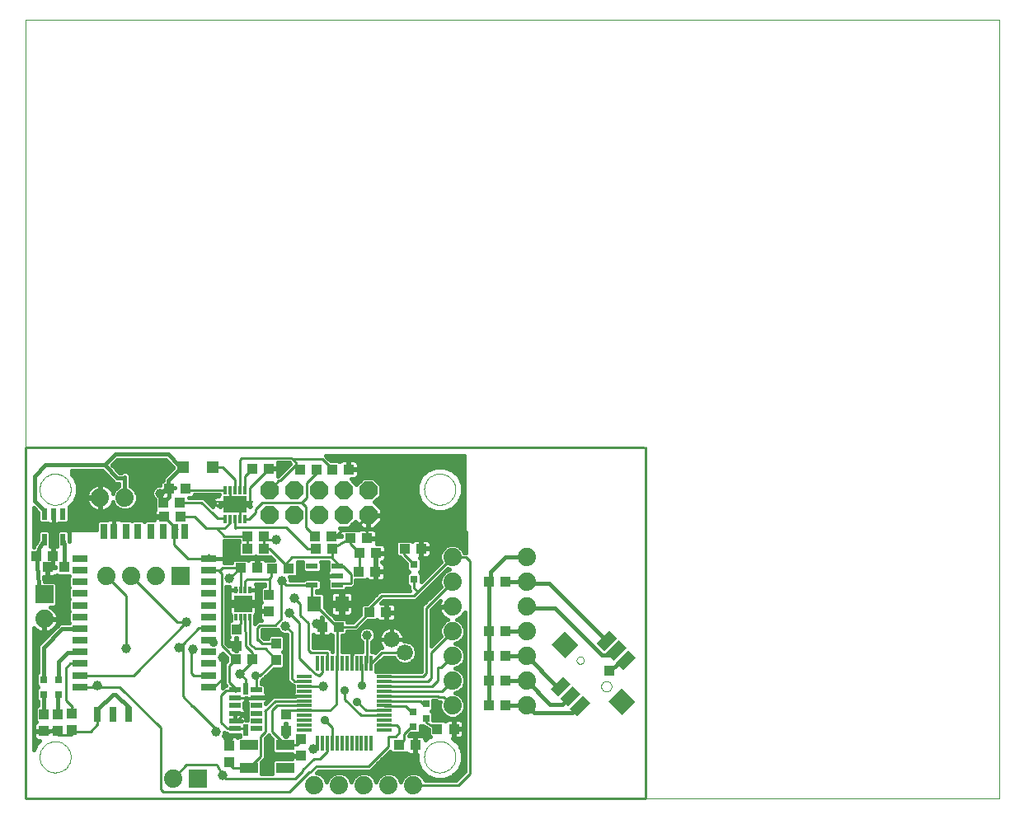
<source format=gtl>
G75*
G70*
%OFA0B0*%
%FSLAX24Y24*%
%IPPOS*%
%LPD*%
%AMOC8*
5,1,8,0,0,1.08239X$1,22.5*
%
%ADD10C,0.0000*%
%ADD11C,0.0100*%
%ADD12R,0.0630X0.0118*%
%ADD13R,0.0118X0.0630*%
%ADD14R,0.0217X0.0472*%
%ADD15C,0.0740*%
%ADD16R,0.0433X0.0394*%
%ADD17R,0.0117X0.0335*%
%ADD18R,0.0945X0.0650*%
%ADD19R,0.0276X0.0110*%
%ADD20R,0.0512X0.0512*%
%ADD21R,0.0740X0.0681*%
%ADD22R,0.0118X0.0315*%
%ADD23R,0.0394X0.0433*%
%ADD24R,0.0472X0.0217*%
%ADD25R,0.0551X0.0630*%
%ADD26OC8,0.0740*%
%ADD27R,0.0472X0.0197*%
%ADD28R,0.0197X0.0472*%
%ADD29R,0.0748X0.0433*%
%ADD30R,0.0630X0.0315*%
%ADD31R,0.0315X0.0630*%
%ADD32R,0.0315X0.0315*%
%ADD33C,0.0660*%
%ADD34R,0.0728X0.0433*%
%ADD35R,0.0748X0.0787*%
%ADD36R,0.0740X0.0740*%
%ADD37C,0.0160*%
%ADD38C,0.0396*%
%ADD39C,0.0360*%
%ADD40R,0.0396X0.0396*%
D10*
X000938Y002198D02*
X000940Y002248D01*
X000946Y002298D01*
X000956Y002347D01*
X000970Y002395D01*
X000987Y002442D01*
X001008Y002487D01*
X001033Y002531D01*
X001061Y002572D01*
X001093Y002611D01*
X001127Y002648D01*
X001164Y002682D01*
X001204Y002712D01*
X001246Y002739D01*
X001290Y002763D01*
X001336Y002784D01*
X001383Y002800D01*
X001431Y002813D01*
X001481Y002822D01*
X001530Y002827D01*
X001581Y002828D01*
X001631Y002825D01*
X001680Y002818D01*
X001729Y002807D01*
X001777Y002792D01*
X001823Y002774D01*
X001868Y002752D01*
X001911Y002726D01*
X001952Y002697D01*
X001991Y002665D01*
X002027Y002630D01*
X002059Y002592D01*
X002089Y002552D01*
X002116Y002509D01*
X002139Y002465D01*
X002158Y002419D01*
X002174Y002371D01*
X002186Y002322D01*
X002194Y002273D01*
X002198Y002223D01*
X002198Y002173D01*
X002194Y002123D01*
X002186Y002074D01*
X002174Y002025D01*
X002158Y001977D01*
X002139Y001931D01*
X002116Y001887D01*
X002089Y001844D01*
X002059Y001804D01*
X002027Y001766D01*
X001991Y001731D01*
X001952Y001699D01*
X001911Y001670D01*
X001868Y001644D01*
X001823Y001622D01*
X001777Y001604D01*
X001729Y001589D01*
X001680Y001578D01*
X001631Y001571D01*
X001581Y001568D01*
X001530Y001569D01*
X001481Y001574D01*
X001431Y001583D01*
X001383Y001596D01*
X001336Y001612D01*
X001290Y001633D01*
X001246Y001657D01*
X001204Y001684D01*
X001164Y001714D01*
X001127Y001748D01*
X001093Y001785D01*
X001061Y001824D01*
X001033Y001865D01*
X001008Y001909D01*
X000987Y001954D01*
X000970Y002001D01*
X000956Y002049D01*
X000946Y002098D01*
X000940Y002148D01*
X000938Y002198D01*
X000938Y013025D02*
X000940Y013075D01*
X000946Y013125D01*
X000956Y013174D01*
X000970Y013222D01*
X000987Y013269D01*
X001008Y013314D01*
X001033Y013358D01*
X001061Y013399D01*
X001093Y013438D01*
X001127Y013475D01*
X001164Y013509D01*
X001204Y013539D01*
X001246Y013566D01*
X001290Y013590D01*
X001336Y013611D01*
X001383Y013627D01*
X001431Y013640D01*
X001481Y013649D01*
X001530Y013654D01*
X001581Y013655D01*
X001631Y013652D01*
X001680Y013645D01*
X001729Y013634D01*
X001777Y013619D01*
X001823Y013601D01*
X001868Y013579D01*
X001911Y013553D01*
X001952Y013524D01*
X001991Y013492D01*
X002027Y013457D01*
X002059Y013419D01*
X002089Y013379D01*
X002116Y013336D01*
X002139Y013292D01*
X002158Y013246D01*
X002174Y013198D01*
X002186Y013149D01*
X002194Y013100D01*
X002198Y013050D01*
X002198Y013000D01*
X002194Y012950D01*
X002186Y012901D01*
X002174Y012852D01*
X002158Y012804D01*
X002139Y012758D01*
X002116Y012714D01*
X002089Y012671D01*
X002059Y012631D01*
X002027Y012593D01*
X001991Y012558D01*
X001952Y012526D01*
X001911Y012497D01*
X001868Y012471D01*
X001823Y012449D01*
X001777Y012431D01*
X001729Y012416D01*
X001680Y012405D01*
X001631Y012398D01*
X001581Y012395D01*
X001530Y012396D01*
X001481Y012401D01*
X001431Y012410D01*
X001383Y012423D01*
X001336Y012439D01*
X001290Y012460D01*
X001246Y012484D01*
X001204Y012511D01*
X001164Y012541D01*
X001127Y012575D01*
X001093Y012612D01*
X001061Y012651D01*
X001033Y012692D01*
X001008Y012736D01*
X000987Y012781D01*
X000970Y012828D01*
X000956Y012876D01*
X000946Y012925D01*
X000940Y012975D01*
X000938Y013025D01*
X000375Y014727D02*
X000375Y032021D01*
X039745Y032021D01*
X039745Y000525D01*
X025375Y000525D01*
X025362Y000525D01*
X023647Y005053D02*
X023649Y005081D01*
X023655Y005109D01*
X023664Y005135D01*
X023677Y005161D01*
X023693Y005184D01*
X023713Y005204D01*
X023735Y005222D01*
X023759Y005237D01*
X023785Y005248D01*
X023812Y005256D01*
X023840Y005260D01*
X023868Y005260D01*
X023896Y005256D01*
X023923Y005248D01*
X023949Y005237D01*
X023973Y005222D01*
X023995Y005204D01*
X024015Y005184D01*
X024031Y005161D01*
X024044Y005135D01*
X024053Y005109D01*
X024059Y005081D01*
X024061Y005053D01*
X024059Y005025D01*
X024053Y004997D01*
X024044Y004971D01*
X024031Y004945D01*
X024015Y004922D01*
X023995Y004902D01*
X023973Y004884D01*
X023949Y004869D01*
X023923Y004858D01*
X023896Y004850D01*
X023868Y004846D01*
X023840Y004846D01*
X023812Y004850D01*
X023785Y004858D01*
X023759Y004869D01*
X023735Y004884D01*
X023713Y004902D01*
X023693Y004922D01*
X023677Y004945D01*
X023664Y004971D01*
X023655Y004997D01*
X023649Y005025D01*
X023647Y005053D01*
X022648Y006111D02*
X022650Y006135D01*
X022656Y006158D01*
X022665Y006180D01*
X022678Y006200D01*
X022693Y006218D01*
X022712Y006233D01*
X022733Y006245D01*
X022755Y006253D01*
X022778Y006258D01*
X022802Y006259D01*
X022826Y006256D01*
X022848Y006249D01*
X022870Y006239D01*
X022890Y006226D01*
X022907Y006209D01*
X022921Y006190D01*
X022932Y006169D01*
X022940Y006146D01*
X022944Y006123D01*
X022944Y006099D01*
X022940Y006076D01*
X022932Y006053D01*
X022921Y006032D01*
X022907Y006013D01*
X022890Y005996D01*
X022870Y005983D01*
X022848Y005973D01*
X022826Y005966D01*
X022802Y005963D01*
X022778Y005964D01*
X022755Y005969D01*
X022733Y005977D01*
X022712Y005989D01*
X022693Y006004D01*
X022678Y006022D01*
X022665Y006042D01*
X022656Y006064D01*
X022650Y006087D01*
X022648Y006111D01*
X016489Y002198D02*
X016491Y002248D01*
X016497Y002298D01*
X016507Y002347D01*
X016521Y002395D01*
X016538Y002442D01*
X016559Y002487D01*
X016584Y002531D01*
X016612Y002572D01*
X016644Y002611D01*
X016678Y002648D01*
X016715Y002682D01*
X016755Y002712D01*
X016797Y002739D01*
X016841Y002763D01*
X016887Y002784D01*
X016934Y002800D01*
X016982Y002813D01*
X017032Y002822D01*
X017081Y002827D01*
X017132Y002828D01*
X017182Y002825D01*
X017231Y002818D01*
X017280Y002807D01*
X017328Y002792D01*
X017374Y002774D01*
X017419Y002752D01*
X017462Y002726D01*
X017503Y002697D01*
X017542Y002665D01*
X017578Y002630D01*
X017610Y002592D01*
X017640Y002552D01*
X017667Y002509D01*
X017690Y002465D01*
X017709Y002419D01*
X017725Y002371D01*
X017737Y002322D01*
X017745Y002273D01*
X017749Y002223D01*
X017749Y002173D01*
X017745Y002123D01*
X017737Y002074D01*
X017725Y002025D01*
X017709Y001977D01*
X017690Y001931D01*
X017667Y001887D01*
X017640Y001844D01*
X017610Y001804D01*
X017578Y001766D01*
X017542Y001731D01*
X017503Y001699D01*
X017462Y001670D01*
X017419Y001644D01*
X017374Y001622D01*
X017328Y001604D01*
X017280Y001589D01*
X017231Y001578D01*
X017182Y001571D01*
X017132Y001568D01*
X017081Y001569D01*
X017032Y001574D01*
X016982Y001583D01*
X016934Y001596D01*
X016887Y001612D01*
X016841Y001633D01*
X016797Y001657D01*
X016755Y001684D01*
X016715Y001714D01*
X016678Y001748D01*
X016644Y001785D01*
X016612Y001824D01*
X016584Y001865D01*
X016559Y001909D01*
X016538Y001954D01*
X016521Y002001D01*
X016507Y002049D01*
X016497Y002098D01*
X016491Y002148D01*
X016489Y002198D01*
X016489Y013025D02*
X016491Y013075D01*
X016497Y013125D01*
X016507Y013174D01*
X016521Y013222D01*
X016538Y013269D01*
X016559Y013314D01*
X016584Y013358D01*
X016612Y013399D01*
X016644Y013438D01*
X016678Y013475D01*
X016715Y013509D01*
X016755Y013539D01*
X016797Y013566D01*
X016841Y013590D01*
X016887Y013611D01*
X016934Y013627D01*
X016982Y013640D01*
X017032Y013649D01*
X017081Y013654D01*
X017132Y013655D01*
X017182Y013652D01*
X017231Y013645D01*
X017280Y013634D01*
X017328Y013619D01*
X017374Y013601D01*
X017419Y013579D01*
X017462Y013553D01*
X017503Y013524D01*
X017542Y013492D01*
X017578Y013457D01*
X017610Y013419D01*
X017640Y013379D01*
X017667Y013336D01*
X017690Y013292D01*
X017709Y013246D01*
X017725Y013198D01*
X017737Y013149D01*
X017745Y013100D01*
X017749Y013050D01*
X017749Y013000D01*
X017745Y012950D01*
X017737Y012901D01*
X017725Y012852D01*
X017709Y012804D01*
X017690Y012758D01*
X017667Y012714D01*
X017640Y012671D01*
X017610Y012631D01*
X017578Y012593D01*
X017542Y012558D01*
X017503Y012526D01*
X017462Y012497D01*
X017419Y012471D01*
X017374Y012449D01*
X017328Y012431D01*
X017280Y012416D01*
X017231Y012405D01*
X017182Y012398D01*
X017132Y012395D01*
X017081Y012396D01*
X017032Y012401D01*
X016982Y012410D01*
X016934Y012423D01*
X016887Y012439D01*
X016841Y012460D01*
X016797Y012484D01*
X016755Y012511D01*
X016715Y012541D01*
X016678Y012575D01*
X016644Y012612D01*
X016612Y012651D01*
X016584Y012692D01*
X016559Y012736D01*
X016538Y012781D01*
X016521Y012828D01*
X016507Y012876D01*
X016497Y012925D01*
X016491Y012975D01*
X016489Y013025D01*
D11*
X025362Y000525D02*
X000375Y000525D01*
X000375Y014727D01*
X025362Y014727D01*
X025425Y014725D02*
X025425Y000525D01*
X025375Y000525D01*
X018325Y001525D02*
X018325Y010125D01*
X018175Y010275D01*
X017625Y010275D01*
X016225Y008875D01*
X016075Y009025D01*
X016075Y009380D01*
X016225Y008875D02*
X016075Y008725D01*
X014775Y008725D01*
X014276Y008226D01*
X014276Y008050D01*
X013690Y007464D01*
X013051Y007464D01*
X013052Y007463D01*
X013051Y007464D02*
X013025Y007464D01*
X012970Y007409D01*
X012970Y005983D01*
X012954Y005967D01*
X012954Y005080D01*
X012925Y005052D01*
X012925Y004325D01*
X012674Y004074D01*
X011651Y004074D01*
X011058Y004074D01*
X010903Y003919D01*
X010525Y004275D02*
X011646Y004275D01*
X011651Y004271D01*
X011650Y004467D02*
X011651Y004467D01*
X011650Y004467D02*
X010466Y004467D01*
X010054Y004054D01*
X010075Y004033D01*
X010075Y003225D01*
X009875Y003025D01*
X009875Y002225D01*
X009418Y001768D01*
X009403Y001768D01*
X008724Y001768D01*
X008590Y001989D01*
X008107Y001875D02*
X008335Y001446D01*
X008457Y001325D01*
X011275Y001325D01*
X011575Y001625D01*
X011575Y001675D01*
X012025Y002125D01*
X012275Y002125D01*
X012576Y002426D01*
X012576Y002755D01*
X012564Y002743D01*
X012575Y002753D02*
X012576Y002755D01*
X012772Y002754D02*
X012773Y002755D01*
X012773Y003377D01*
X012475Y003675D01*
X012182Y002755D02*
X012182Y002695D01*
X011994Y002506D01*
X011470Y002820D02*
X011325Y002675D01*
X010875Y002675D01*
X010325Y003225D01*
X010325Y004075D01*
X010525Y004275D01*
X009775Y004664D02*
X009709Y004598D01*
X008843Y004598D01*
X008861Y004861D02*
X008843Y004879D01*
X008843Y004913D01*
X008843Y004993D01*
X008612Y005224D01*
X008612Y005898D01*
X008878Y006164D01*
X008833Y006164D01*
X008560Y006437D01*
X008560Y006437D01*
X008290Y006707D01*
X008290Y009632D01*
X008207Y009715D01*
X008341Y009848D01*
X009057Y009848D01*
X008622Y009414D01*
X008622Y009409D01*
X008207Y009715D02*
X008166Y009757D01*
X007779Y009757D01*
X007773Y009751D01*
X007773Y010223D02*
X006927Y010223D01*
X006375Y010775D01*
X006375Y011305D01*
X006395Y011326D01*
X006490Y011421D01*
X006480Y011421D01*
X005980Y011921D01*
X006650Y011921D02*
X006651Y011919D01*
X007205Y011919D01*
X007687Y011438D01*
X008092Y011438D01*
X008402Y011127D01*
X009347Y011127D01*
X009347Y010628D01*
X009327Y010609D01*
X009997Y010609D02*
X010229Y010609D01*
X010856Y009982D01*
X011147Y010272D01*
X012737Y010272D01*
X012764Y010245D01*
X012977Y010032D01*
X012977Y009904D01*
X013196Y009904D01*
X013525Y009575D01*
X013525Y009225D01*
X013046Y009225D01*
X012977Y009156D01*
X013849Y009699D02*
X013866Y009716D01*
X013866Y010447D01*
X013498Y010816D01*
X013498Y011049D01*
X013146Y010849D01*
X012764Y010617D01*
X012764Y010245D01*
X012095Y010617D02*
X011760Y010617D01*
X010907Y011471D01*
X008862Y011471D01*
X008854Y011462D01*
X008837Y011480D01*
X008837Y011831D01*
X009033Y011831D02*
X009033Y012317D01*
X008975Y012375D01*
X008075Y012375D01*
X007825Y012625D01*
X007775Y012625D01*
X007488Y012499D02*
X007941Y012046D01*
X007952Y012046D01*
X008154Y011845D01*
X008429Y011845D01*
X008443Y011831D01*
X008640Y011831D02*
X008640Y011662D01*
X008415Y011438D01*
X008092Y011438D01*
X007773Y010370D02*
X007773Y010223D01*
X009057Y009848D02*
X009057Y008946D01*
X009058Y008944D01*
X009255Y008944D02*
X009255Y009313D01*
X009334Y009391D01*
X010191Y009391D01*
X010220Y009391D01*
X010306Y009478D01*
X010306Y009811D01*
X010352Y009817D01*
X010191Y009391D02*
X010227Y009355D01*
X010227Y008774D01*
X010211Y008758D01*
X010717Y009301D02*
X010733Y009318D01*
X010895Y009156D01*
X011953Y009156D01*
X011953Y008494D01*
X012055Y008392D01*
X012982Y007464D01*
X013025Y007464D01*
X013581Y006889D02*
X013560Y006868D01*
X013560Y005983D01*
X013560Y005938D01*
X013560Y005915D01*
X013583Y005893D01*
X013566Y005933D02*
X013560Y005938D01*
X013954Y005983D02*
X013975Y005962D01*
X013975Y005075D01*
X013775Y004425D02*
X014125Y004075D01*
X014878Y004075D01*
X014879Y004074D01*
X014882Y004268D02*
X014879Y004271D01*
X014882Y004268D02*
X015743Y004268D01*
X015986Y004025D01*
X016053Y004025D01*
X016446Y004352D02*
X016331Y004467D01*
X014880Y004467D01*
X014879Y004467D01*
X014879Y004664D02*
X017036Y004664D01*
X017075Y004625D01*
X017275Y004625D01*
X017625Y004275D01*
X017211Y004861D02*
X017625Y005275D01*
X017211Y004861D02*
X014879Y004861D01*
X014879Y005058D02*
X016808Y005058D01*
X017025Y005275D01*
X017025Y005825D01*
X017175Y005825D01*
X017625Y006275D01*
X016775Y006425D02*
X017625Y007275D01*
X016775Y006425D02*
X016775Y005375D01*
X016655Y005255D01*
X014879Y005255D01*
X014879Y005452D02*
X016452Y005452D01*
X016575Y005575D01*
X016575Y008225D01*
X017625Y009275D01*
X016075Y009970D02*
X016075Y009975D01*
X015675Y010375D01*
X015675Y010610D01*
X015690Y010625D01*
X014167Y011049D02*
X014167Y011919D01*
X014225Y011978D01*
X013623Y011375D01*
X013161Y011375D01*
X012911Y011125D01*
X012753Y011125D01*
X012083Y011125D02*
X011719Y011489D01*
X011719Y012315D01*
X011553Y012481D01*
X011744Y012672D01*
X011743Y012672D01*
X011743Y013293D01*
X012138Y013688D01*
X012138Y013823D01*
X012359Y014257D02*
X011167Y014257D01*
X011156Y014246D01*
X011301Y014101D01*
X011301Y014017D01*
X011239Y013956D01*
X011372Y013823D01*
X011469Y013823D01*
X011239Y013956D02*
X010658Y013375D01*
X010622Y013375D01*
X010225Y012978D01*
X009947Y012481D02*
X011553Y012481D01*
X009947Y012481D02*
X009682Y012216D01*
X009682Y012100D01*
X009413Y011831D01*
X009230Y011831D01*
X009427Y012510D02*
X009427Y013095D01*
X010192Y013860D01*
X009523Y013860D02*
X009230Y013567D01*
X009230Y012993D01*
X009033Y012993D02*
X009033Y014209D01*
X009117Y014293D01*
X011109Y014293D01*
X011156Y014246D01*
X012359Y014257D02*
X012759Y013856D01*
X012759Y013833D01*
X010494Y010974D02*
X010170Y010974D01*
X010016Y011127D01*
X010016Y010628D01*
X009997Y010609D01*
X010856Y009982D02*
X011021Y009817D01*
X010717Y009301D02*
X010717Y007778D01*
X010468Y007530D01*
X009847Y007530D01*
X009740Y007422D01*
X009740Y006975D01*
X009924Y006791D01*
X010496Y006791D01*
X010076Y006591D02*
X010496Y006121D01*
X009849Y005475D01*
X009675Y005475D01*
X009709Y005441D01*
X009709Y004913D01*
X009700Y004922D01*
X009775Y004664D02*
X011651Y004664D01*
X011668Y005041D02*
X011651Y005058D01*
X011668Y005041D02*
X012394Y005041D01*
X012248Y005501D02*
X012107Y005551D01*
X011834Y005774D01*
X011851Y005774D01*
X011445Y006180D01*
X011445Y007604D01*
X011023Y008026D01*
X011489Y007930D02*
X011489Y008371D01*
X011227Y008634D01*
X011489Y007930D02*
X011811Y007608D01*
X011811Y006511D01*
X011895Y006428D01*
X012575Y006428D01*
X012576Y006426D01*
X012576Y005983D01*
X012379Y005983D02*
X012379Y005632D01*
X012248Y005501D01*
X011651Y005255D02*
X011645Y005261D01*
X011239Y005261D01*
X011125Y005375D01*
X011125Y007245D01*
X010874Y007496D01*
X010874Y007447D01*
X010076Y006591D02*
X009660Y006591D01*
X009442Y006759D01*
X009442Y007832D01*
X009452Y007842D01*
X009255Y007842D02*
X009268Y006687D01*
X009547Y006409D01*
X009547Y006164D01*
X009547Y006066D01*
X009047Y005566D01*
X009276Y005338D01*
X009276Y004952D01*
X009317Y004560D02*
X009671Y004560D01*
X009709Y004598D01*
X009317Y004560D02*
X009276Y004518D01*
X009276Y004021D01*
X008908Y003653D01*
X008843Y003653D01*
X008843Y003338D02*
X008527Y003338D01*
X008280Y003585D01*
X008280Y004674D01*
X008487Y004881D01*
X008811Y004881D01*
X008843Y004913D01*
X008363Y005401D02*
X007989Y005027D01*
X007773Y005027D01*
X008363Y005401D02*
X008363Y006188D01*
X008346Y006205D01*
X007975Y006825D02*
X007884Y006916D01*
X007773Y007389D02*
X007750Y007412D01*
X007377Y007412D01*
X006727Y006762D01*
X006712Y006762D01*
X006575Y006625D01*
X006727Y006762D02*
X006727Y004652D01*
X007120Y004259D01*
X007128Y004259D01*
X008072Y003315D01*
X008072Y003222D01*
X008843Y003338D02*
X009237Y003338D01*
X009276Y003299D01*
X010894Y003163D02*
X010903Y003172D01*
X010903Y003250D01*
X011470Y002884D02*
X011517Y002915D01*
X011470Y002884D02*
X011470Y002820D01*
X010875Y002675D02*
X010861Y002675D01*
X010860Y002674D01*
X011875Y001575D02*
X012125Y001825D01*
X014225Y001825D01*
X015025Y002625D01*
X015025Y003025D01*
X015325Y003025D01*
X015475Y003175D01*
X015475Y003375D01*
X015375Y003475D01*
X014887Y003475D01*
X014879Y003483D01*
X014877Y003485D01*
X014877Y003875D02*
X014879Y003877D01*
X014877Y003875D02*
X013925Y003875D01*
X013275Y004525D01*
X013275Y004875D01*
X014151Y005983D02*
X014173Y006006D01*
X014173Y007130D01*
X014779Y006414D02*
X014348Y005983D01*
X014779Y006414D02*
X015696Y006414D01*
X016446Y004352D02*
X016557Y004352D01*
X016557Y003761D02*
X016557Y003597D01*
X017021Y003333D01*
X016053Y003435D02*
X015973Y003435D01*
X015666Y003127D01*
X015666Y002878D01*
X015462Y002674D01*
X016051Y001056D02*
X017856Y001056D01*
X018325Y001525D01*
X011875Y001575D02*
X011825Y001575D01*
X011025Y000775D01*
X005925Y000775D01*
X005825Y000875D01*
X005825Y003375D01*
X004173Y005027D01*
X003323Y005027D01*
X003275Y005075D01*
X003323Y005027D02*
X002577Y005027D01*
X002577Y005499D02*
X004729Y005499D01*
X006871Y007641D01*
X006509Y007641D01*
X004625Y009525D01*
X004425Y008725D02*
X003625Y009525D01*
X004425Y008725D02*
X004425Y006575D01*
X002577Y005971D02*
X002182Y005971D01*
X002009Y005798D01*
X002009Y004484D01*
X002277Y004216D01*
X002242Y004182D01*
X002242Y003969D01*
X002242Y003299D02*
X002242Y003101D01*
X001684Y003101D01*
X001684Y003256D01*
X001810Y003130D01*
X002242Y003299D02*
X002311Y003231D01*
X003003Y003231D01*
X003285Y003513D01*
X003285Y003924D01*
X006325Y001325D02*
X006875Y001875D01*
X008107Y001875D01*
X009403Y001768D02*
X009544Y001768D01*
X007773Y005499D02*
X007158Y005499D01*
X007084Y005572D01*
X007084Y006485D01*
X007144Y006545D01*
X008903Y007368D02*
X008953Y007473D01*
X009068Y007589D01*
X009068Y007832D01*
X009058Y007842D01*
X009740Y006975D02*
X009740Y006925D01*
X012055Y008392D02*
X012184Y008263D01*
X007488Y012499D02*
X006620Y012499D01*
X006892Y012993D02*
X008443Y012993D01*
X008640Y012993D02*
X008640Y012609D01*
X008837Y012993D02*
X008825Y013004D01*
X008825Y013425D01*
X008329Y013921D01*
X007931Y013921D01*
X006400Y013073D02*
X006024Y013073D01*
X005814Y012863D01*
D12*
X011651Y005452D03*
X011651Y005255D03*
X011651Y005058D03*
X011651Y004861D03*
X011651Y004664D03*
X011651Y004467D03*
X011651Y004271D03*
X011651Y004074D03*
X011651Y003877D03*
X011651Y003680D03*
X011651Y003483D03*
X011651Y003286D03*
X014879Y003286D03*
X014879Y003483D03*
X014879Y003680D03*
X014879Y003877D03*
X014879Y004074D03*
X014879Y004271D03*
X014879Y004467D03*
X014879Y004664D03*
X014879Y004861D03*
X014879Y005058D03*
X014879Y005255D03*
X014879Y005452D03*
D13*
X014348Y005983D03*
X014151Y005983D03*
X013954Y005983D03*
X013757Y005983D03*
X013560Y005983D03*
X013363Y005983D03*
X013166Y005983D03*
X012970Y005983D03*
X012773Y005983D03*
X012576Y005983D03*
X012379Y005983D03*
X012182Y005983D03*
X012182Y002755D03*
X012379Y002755D03*
X012576Y002755D03*
X012773Y002755D03*
X012970Y002755D03*
X013166Y002755D03*
X013363Y002755D03*
X013560Y002755D03*
X013757Y002755D03*
X013954Y002755D03*
X014151Y002755D03*
X014348Y002755D03*
D14*
X001877Y010998D03*
X001129Y010998D03*
X001129Y012022D03*
X001503Y012022D03*
X001877Y012022D03*
D15*
X003388Y012683D03*
X004388Y012683D03*
X004625Y009525D03*
X003625Y009525D03*
X005625Y009525D03*
X001125Y007775D03*
X006325Y001325D03*
X012051Y001056D03*
X013051Y001056D03*
X014051Y001056D03*
X015051Y001056D03*
X016051Y001056D03*
X017625Y004275D03*
X017625Y005275D03*
X017625Y006275D03*
X017625Y007275D03*
X017625Y008275D03*
X017625Y009275D03*
X017625Y010275D03*
X020625Y010275D03*
X020625Y009275D03*
X020625Y008275D03*
X020625Y007275D03*
X020625Y006275D03*
X020625Y005275D03*
X020625Y004275D03*
D16*
X019760Y004275D03*
X019090Y004275D03*
X019090Y005275D03*
X019760Y005275D03*
X019760Y006275D03*
X019090Y006275D03*
X019090Y007275D03*
X019760Y007275D03*
X019760Y009275D03*
X019090Y009275D03*
X016360Y010625D03*
X015690Y010625D03*
X014535Y010447D03*
X013866Y010447D03*
X014167Y011049D03*
X013498Y011049D03*
X012753Y011125D03*
X012764Y010617D03*
X012095Y010617D03*
X012083Y011125D03*
X011021Y009817D03*
X010352Y009817D03*
X009726Y009848D03*
X009057Y009848D03*
X009327Y010609D03*
X009347Y011127D03*
X010016Y011127D03*
X009997Y010609D03*
X006847Y013037D03*
X006620Y012499D03*
X006650Y011921D03*
X005980Y011921D03*
X005950Y012499D03*
X006178Y013037D03*
X009523Y013860D03*
X010192Y013860D03*
X011469Y013823D03*
X012138Y013823D03*
X012759Y013833D03*
X013429Y013833D03*
X013849Y009699D03*
X014518Y009699D03*
X014276Y008050D03*
X014945Y008050D03*
X013025Y007464D03*
X012356Y007464D03*
X009547Y006164D03*
X008878Y006164D03*
X015462Y002674D03*
X016131Y002674D03*
X017021Y003333D03*
X017691Y003333D03*
X001938Y009871D03*
X001268Y009871D03*
X001476Y010330D03*
X000807Y010330D03*
D17*
X008443Y011831D03*
X008640Y011831D03*
X008837Y011831D03*
X009033Y011831D03*
X009230Y011831D03*
X009230Y012993D03*
X009033Y012993D03*
X008837Y012993D03*
X008640Y012993D03*
X008443Y012993D03*
D18*
X008837Y012412D03*
D19*
X009427Y012510D03*
X009427Y012314D03*
X008246Y012314D03*
X008246Y012510D03*
D20*
X007931Y013921D03*
X006750Y013921D03*
D21*
X009157Y008393D03*
D22*
X009255Y008944D03*
X009058Y008944D03*
X008861Y008944D03*
X009452Y008944D03*
X009452Y007842D03*
X009255Y007842D03*
X009058Y007842D03*
X008861Y007842D03*
D23*
X008903Y007368D03*
X008903Y006699D03*
X010496Y006791D03*
X010496Y006121D03*
X010211Y008088D03*
X010211Y008758D03*
X010903Y003919D03*
X010903Y003250D03*
X011517Y002915D03*
X011517Y002246D03*
X008590Y001989D03*
X008590Y002658D03*
X002242Y003299D03*
X001684Y003256D03*
X001096Y003251D03*
X001096Y003920D03*
X001684Y003925D03*
X002242Y003969D03*
D24*
X011953Y009156D03*
X011953Y009904D03*
X012977Y009904D03*
X012977Y009530D03*
X012977Y009156D03*
D25*
X013157Y008392D03*
X012055Y008392D03*
D26*
X012225Y011978D03*
X011225Y011978D03*
X010225Y011978D03*
X010225Y012978D03*
X011225Y012978D03*
X012225Y012978D03*
X013225Y012978D03*
X014225Y012978D03*
X014225Y011978D03*
X013225Y011978D03*
D27*
X009709Y004913D03*
X009709Y004598D03*
X009709Y004283D03*
X009709Y003968D03*
X009709Y003653D03*
X009709Y003338D03*
X008843Y003338D03*
X008843Y003653D03*
X008843Y003968D03*
X008843Y004283D03*
X008843Y004598D03*
X008843Y004913D03*
D28*
X009276Y004952D03*
X009276Y003299D03*
D29*
X009403Y002674D03*
X009403Y001768D03*
X010860Y001768D03*
X010860Y002674D03*
D30*
X007773Y005027D03*
X007773Y005499D03*
X007773Y005971D03*
X007773Y006444D03*
X007773Y006916D03*
X007773Y007389D03*
X007773Y007861D03*
X007773Y008334D03*
X007773Y008806D03*
X007773Y009279D03*
X007773Y009751D03*
X007773Y010223D03*
X002577Y010223D03*
X002577Y009751D03*
X002577Y009279D03*
X002577Y008806D03*
X002577Y008334D03*
X002577Y007861D03*
X002577Y007389D03*
X002577Y006916D03*
X002577Y006444D03*
X002577Y005971D03*
X002577Y005499D03*
X002577Y005027D03*
D31*
X003285Y003924D03*
X003915Y003924D03*
X004545Y003924D03*
X004427Y011326D03*
X004899Y011326D03*
X005451Y011326D03*
X005923Y011326D03*
X006395Y011326D03*
X006798Y011326D03*
X003955Y011326D03*
X003552Y011326D03*
D32*
X001699Y005313D03*
X001699Y004722D03*
X001092Y004733D03*
X001092Y005324D03*
X016053Y004025D03*
X016557Y003761D03*
X016053Y003435D03*
X016557Y004352D03*
X016075Y009380D03*
X016075Y009970D03*
D33*
X015165Y006950D03*
X015696Y006414D03*
D34*
G36*
X022420Y005150D02*
X021906Y004636D01*
X021600Y004942D01*
X022114Y005456D01*
X022420Y005150D01*
G37*
G36*
X022809Y004760D02*
X022295Y004246D01*
X021989Y004552D01*
X022503Y005066D01*
X022809Y004760D01*
G37*
G36*
X023199Y004371D02*
X022685Y003857D01*
X022379Y004163D01*
X022893Y004677D01*
X023199Y004371D01*
G37*
G36*
X025050Y006222D02*
X024536Y005708D01*
X024230Y006014D01*
X024744Y006528D01*
X025050Y006222D01*
G37*
G36*
X024661Y006612D02*
X024147Y006098D01*
X023841Y006404D01*
X024355Y006918D01*
X024661Y006612D01*
G37*
G36*
X024271Y007001D02*
X023757Y006487D01*
X023451Y006793D01*
X023965Y007307D01*
X024271Y007001D01*
G37*
D35*
G36*
X022717Y006719D02*
X022188Y006190D01*
X021633Y006745D01*
X022162Y007274D01*
X022717Y006719D01*
G37*
G36*
X025017Y004419D02*
X024488Y003890D01*
X023933Y004445D01*
X024462Y004974D01*
X025017Y004419D01*
G37*
D36*
X007325Y001325D03*
X001125Y008775D03*
X006625Y009525D03*
D37*
X007773Y010223D02*
X009753Y010223D01*
X009756Y010220D01*
X009756Y009879D01*
X009726Y009848D01*
X009708Y009867D02*
X009708Y010225D01*
X009486Y010225D01*
X009440Y010213D01*
X009399Y010189D01*
X009366Y010156D01*
X009364Y010153D01*
X009331Y010185D01*
X008782Y010185D01*
X008700Y010103D01*
X008700Y010038D01*
X008392Y010038D01*
X008403Y010937D01*
X008991Y010937D01*
X008991Y010883D01*
X008971Y010863D01*
X008971Y010354D01*
X009053Y010272D01*
X009602Y010272D01*
X009662Y010332D01*
X009722Y010272D01*
X010271Y010272D01*
X010284Y010285D01*
X010416Y010153D01*
X010088Y010153D01*
X010087Y010156D01*
X010053Y010189D01*
X010012Y010213D01*
X009966Y010225D01*
X009745Y010225D01*
X009745Y009867D01*
X009708Y009867D01*
X009708Y009877D02*
X009745Y009877D01*
X009745Y010035D02*
X009708Y010035D01*
X009708Y010194D02*
X009745Y010194D01*
X010046Y010194D02*
X010375Y010194D01*
X011032Y009480D02*
X011296Y009480D01*
X011378Y009562D01*
X011378Y010071D01*
X011367Y010082D01*
X011589Y010082D01*
X011577Y010070D01*
X011577Y009738D01*
X011659Y009656D01*
X012247Y009656D01*
X012329Y009738D01*
X012329Y010070D01*
X012317Y010082D01*
X012613Y010082D01*
X012601Y010070D01*
X012601Y009753D01*
X012597Y009749D01*
X012573Y009708D01*
X012561Y009662D01*
X012561Y009530D01*
X012977Y009530D01*
X012977Y009530D01*
X012561Y009530D01*
X012561Y009398D01*
X012573Y009352D01*
X012597Y009311D01*
X012601Y009307D01*
X012601Y008990D01*
X012683Y008908D01*
X013271Y008908D01*
X013353Y008990D01*
X013353Y009035D01*
X013604Y009035D01*
X013715Y009146D01*
X013715Y009362D01*
X014123Y009362D01*
X014156Y009395D01*
X014157Y009392D01*
X014191Y009358D01*
X014232Y009334D01*
X014278Y009322D01*
X014500Y009322D01*
X014500Y009681D01*
X014536Y009681D01*
X014536Y009717D01*
X014914Y009717D01*
X014914Y009919D01*
X014902Y009965D01*
X014879Y010006D01*
X014845Y010040D01*
X014804Y010064D01*
X014777Y010071D01*
X014821Y010083D01*
X014862Y010107D01*
X014896Y010140D01*
X014920Y010181D01*
X014932Y010227D01*
X014932Y010429D01*
X014554Y010429D01*
X014554Y010466D01*
X014932Y010466D01*
X014932Y010668D01*
X014920Y010714D01*
X014896Y010755D01*
X014862Y010788D01*
X014821Y010812D01*
X014776Y010824D01*
X014562Y010824D01*
X014563Y010829D01*
X014563Y011031D01*
X014185Y011031D01*
X014185Y011068D01*
X014563Y011068D01*
X014563Y011270D01*
X014558Y011289D01*
X018174Y011289D01*
X018174Y010465D01*
X018098Y010465D01*
X018057Y010564D01*
X017914Y010707D01*
X017726Y010785D01*
X017524Y010785D01*
X017336Y010707D01*
X017193Y010564D01*
X017115Y010376D01*
X017115Y010174D01*
X017156Y010075D01*
X016372Y009291D01*
X016372Y009595D01*
X016293Y009675D01*
X016372Y009755D01*
X016372Y010186D01*
X016310Y010248D01*
X016341Y010248D01*
X016341Y010607D01*
X016378Y010607D01*
X016378Y010643D01*
X016756Y010643D01*
X016756Y010846D01*
X016744Y010891D01*
X016720Y010932D01*
X016687Y010966D01*
X016646Y010990D01*
X016600Y011002D01*
X016378Y011002D01*
X016378Y010643D01*
X016341Y010643D01*
X016341Y011002D01*
X016119Y011002D01*
X016074Y010990D01*
X016033Y010966D01*
X015999Y010932D01*
X015997Y010929D01*
X015965Y010962D01*
X015416Y010962D01*
X015334Y010880D01*
X015334Y010370D01*
X015416Y010288D01*
X015493Y010288D01*
X015596Y010185D01*
X015778Y010004D01*
X015778Y009755D01*
X015857Y009675D01*
X015778Y009595D01*
X015778Y009164D01*
X015860Y009082D01*
X015885Y009082D01*
X015885Y008946D01*
X015916Y008915D01*
X014696Y008915D01*
X014585Y008804D01*
X014168Y008387D01*
X014001Y008387D01*
X013919Y008305D01*
X013919Y007962D01*
X013611Y007654D01*
X013381Y007654D01*
X013381Y007719D01*
X013299Y007801D01*
X012914Y007801D01*
X012798Y007918D01*
X012812Y007910D01*
X012858Y007897D01*
X013099Y007897D01*
X013099Y008334D01*
X013215Y008334D01*
X013215Y008450D01*
X014231Y008450D01*
X014390Y008609D02*
X013613Y008609D01*
X013613Y008731D02*
X013613Y008450D01*
X013215Y008450D01*
X013099Y008450D01*
X012470Y008450D01*
X012470Y008292D02*
X012701Y008292D01*
X012701Y008334D02*
X012701Y008054D01*
X012714Y008008D01*
X012722Y007994D01*
X012470Y008245D01*
X012470Y008765D01*
X012388Y008847D01*
X012143Y008847D01*
X012143Y008908D01*
X012247Y008908D01*
X012329Y008990D01*
X012329Y009322D01*
X012247Y009404D01*
X011659Y009404D01*
X011601Y009346D01*
X011071Y009346D01*
X011071Y009385D01*
X011032Y009480D01*
X011065Y009401D02*
X011656Y009401D01*
X011375Y009560D02*
X012561Y009560D01*
X012561Y009401D02*
X012251Y009401D01*
X012329Y009243D02*
X012601Y009243D01*
X012601Y009084D02*
X012329Y009084D01*
X012265Y008926D02*
X012665Y008926D01*
X012771Y008851D02*
X012737Y008818D01*
X012714Y008777D01*
X012701Y008731D01*
X012701Y008450D01*
X013099Y008450D01*
X013099Y008334D01*
X012701Y008334D01*
X012701Y008133D02*
X012582Y008133D01*
X012337Y007841D02*
X012374Y007804D01*
X012374Y007483D01*
X012337Y007483D01*
X012337Y007841D01*
X012337Y007816D02*
X012362Y007816D01*
X012374Y007658D02*
X012337Y007658D01*
X012337Y007499D02*
X012374Y007499D01*
X012374Y007446D02*
X012374Y007087D01*
X012596Y007087D01*
X012642Y007100D01*
X012683Y007123D01*
X012716Y007157D01*
X012718Y007160D01*
X012750Y007127D01*
X012780Y007127D01*
X012780Y006438D01*
X012766Y006438D01*
X012766Y006505D01*
X012765Y006506D01*
X012653Y006618D01*
X012001Y006618D01*
X012001Y007150D01*
X012028Y007123D01*
X012070Y007100D01*
X012115Y007087D01*
X012337Y007087D01*
X012337Y007446D01*
X012374Y007446D01*
X012374Y007341D02*
X012337Y007341D01*
X012337Y007182D02*
X012374Y007182D01*
X012001Y007024D02*
X012780Y007024D01*
X012780Y006865D02*
X012001Y006865D01*
X012001Y006707D02*
X012780Y006707D01*
X012780Y006548D02*
X012723Y006548D01*
X013160Y006548D02*
X013983Y006548D01*
X013983Y006438D02*
X013734Y006438D01*
X013730Y006442D01*
X013689Y006466D01*
X013643Y006478D01*
X013560Y006478D01*
X013477Y006478D01*
X013432Y006466D01*
X013391Y006442D01*
X013387Y006438D01*
X013160Y006438D01*
X013160Y007127D01*
X013299Y007127D01*
X013381Y007209D01*
X013381Y007274D01*
X013769Y007274D01*
X014208Y007713D01*
X014550Y007713D01*
X014583Y007746D01*
X014584Y007743D01*
X014618Y007709D01*
X014659Y007686D01*
X014705Y007673D01*
X014927Y007673D01*
X014927Y008032D01*
X014963Y008032D01*
X014963Y007673D01*
X015185Y007673D01*
X015231Y007686D01*
X015272Y007709D01*
X015306Y007743D01*
X015329Y007784D01*
X015342Y007830D01*
X015342Y008032D01*
X014963Y008032D01*
X014963Y008069D01*
X014927Y008069D01*
X014927Y008427D01*
X014746Y008427D01*
X014854Y008535D01*
X016154Y008535D01*
X016304Y008685D01*
X016415Y008796D01*
X017425Y009806D01*
X017499Y009775D01*
X017336Y009707D01*
X017193Y009564D01*
X017115Y009376D01*
X017115Y009174D01*
X017156Y009075D01*
X016385Y008304D01*
X016385Y005654D01*
X016373Y005642D01*
X015261Y005642D01*
X015252Y005651D01*
X014547Y005651D01*
X014547Y005914D01*
X016385Y005914D01*
X016385Y005756D02*
X014547Y005756D01*
X014547Y005914D02*
X014857Y006224D01*
X015266Y006224D01*
X015298Y006148D01*
X015430Y006016D01*
X015603Y005944D01*
X015790Y005944D01*
X015962Y006016D01*
X016095Y006148D01*
X016166Y006321D01*
X016166Y006508D01*
X016095Y006681D01*
X015962Y006813D01*
X015790Y006884D01*
X015671Y006884D01*
X015675Y006910D01*
X015675Y006950D01*
X015675Y006990D01*
X015662Y007069D01*
X015637Y007146D01*
X015601Y007217D01*
X015554Y007282D01*
X015497Y007339D01*
X015432Y007386D01*
X015360Y007422D01*
X015284Y007447D01*
X015205Y007460D01*
X015165Y007460D01*
X015165Y006950D01*
X015675Y006950D01*
X015165Y006950D01*
X015165Y006950D01*
X015165Y006950D01*
X015165Y007460D01*
X015125Y007460D01*
X015045Y007447D01*
X014969Y007422D01*
X014897Y007386D01*
X014832Y007339D01*
X014776Y007282D01*
X014728Y007217D01*
X014692Y007146D01*
X014667Y007069D01*
X014655Y006990D01*
X014655Y006950D01*
X015165Y006950D01*
X015165Y006950D01*
X014655Y006950D01*
X014655Y006910D01*
X014667Y006830D01*
X014692Y006754D01*
X014728Y006682D01*
X014776Y006617D01*
X014789Y006604D01*
X014700Y006604D01*
X014499Y006404D01*
X014465Y006438D01*
X014363Y006438D01*
X014363Y006843D01*
X014365Y006843D01*
X014460Y006938D01*
X014511Y007063D01*
X014511Y007197D01*
X014460Y007321D01*
X014365Y007416D01*
X014240Y007468D01*
X014106Y007468D01*
X013982Y007416D01*
X013887Y007321D01*
X013835Y007197D01*
X013835Y007063D01*
X013887Y006938D01*
X013982Y006843D01*
X013983Y006843D01*
X013983Y006438D01*
X013983Y006707D02*
X013160Y006707D01*
X013160Y006865D02*
X013960Y006865D01*
X013851Y007024D02*
X013160Y007024D01*
X013354Y007182D02*
X013835Y007182D01*
X013835Y007341D02*
X013906Y007341D01*
X013993Y007499D02*
X016385Y007499D01*
X016385Y007341D02*
X015494Y007341D01*
X015619Y007182D02*
X016385Y007182D01*
X016385Y007024D02*
X015669Y007024D01*
X015836Y006865D02*
X016385Y006865D01*
X016385Y006707D02*
X016069Y006707D01*
X016150Y006548D02*
X016385Y006548D01*
X016385Y006390D02*
X016166Y006390D01*
X016129Y006231D02*
X016385Y006231D01*
X016385Y006073D02*
X016019Y006073D01*
X015373Y006073D02*
X014706Y006073D01*
X014644Y006548D02*
X014363Y006548D01*
X014363Y006707D02*
X014716Y006707D01*
X014662Y006865D02*
X014387Y006865D01*
X014495Y007024D02*
X014660Y007024D01*
X014711Y007182D02*
X014511Y007182D01*
X014441Y007341D02*
X014835Y007341D01*
X015165Y007341D02*
X015165Y007341D01*
X015165Y007182D02*
X015165Y007182D01*
X015165Y007024D02*
X015165Y007024D01*
X015338Y007816D02*
X016385Y007816D01*
X016385Y007658D02*
X014152Y007658D01*
X013919Y007975D02*
X013581Y007975D01*
X013577Y007967D02*
X013600Y008008D01*
X013613Y008054D01*
X013613Y008334D01*
X013215Y008334D01*
X013215Y007897D01*
X013456Y007897D01*
X013502Y007910D01*
X013543Y007933D01*
X013577Y007967D01*
X013613Y008133D02*
X013919Y008133D01*
X013919Y008292D02*
X013613Y008292D01*
X013215Y008292D02*
X013099Y008292D01*
X013099Y008450D02*
X013099Y008887D01*
X012858Y008887D01*
X012812Y008875D01*
X012771Y008851D01*
X012711Y008767D02*
X012468Y008767D01*
X012470Y008609D02*
X012701Y008609D01*
X013099Y008609D02*
X013215Y008609D01*
X013215Y008767D02*
X013099Y008767D01*
X013215Y008887D02*
X013215Y008450D01*
X013215Y008133D02*
X013099Y008133D01*
X013099Y007975D02*
X013215Y007975D01*
X012899Y007816D02*
X013773Y007816D01*
X013614Y007658D02*
X013381Y007658D01*
X013560Y006478D02*
X013560Y006358D01*
X013560Y006358D01*
X013560Y006358D01*
X013560Y006478D01*
X013560Y006390D02*
X013560Y006390D01*
X014927Y007816D02*
X014963Y007816D01*
X014963Y007975D02*
X014927Y007975D01*
X014963Y008069D02*
X015342Y008069D01*
X015342Y008271D01*
X015329Y008316D01*
X015306Y008358D01*
X015272Y008391D01*
X015231Y008415D01*
X015185Y008427D01*
X014963Y008427D01*
X014963Y008069D01*
X014963Y008133D02*
X014927Y008133D01*
X014927Y008292D02*
X014963Y008292D01*
X014769Y008450D02*
X016531Y008450D01*
X016385Y008292D02*
X015336Y008292D01*
X015342Y008133D02*
X016385Y008133D01*
X016385Y007975D02*
X015342Y007975D01*
X016227Y008609D02*
X016690Y008609D01*
X016848Y008767D02*
X016386Y008767D01*
X016544Y008926D02*
X017007Y008926D01*
X017152Y009084D02*
X016703Y009084D01*
X016861Y009243D02*
X017115Y009243D01*
X017125Y009401D02*
X017020Y009401D01*
X017178Y009560D02*
X017191Y009560D01*
X017337Y009718D02*
X017362Y009718D01*
X017116Y010035D02*
X016372Y010035D01*
X016372Y009877D02*
X016958Y009877D01*
X016799Y009718D02*
X016336Y009718D01*
X016372Y009560D02*
X016641Y009560D01*
X016482Y009401D02*
X016372Y009401D01*
X015778Y009401D02*
X014884Y009401D01*
X014879Y009392D02*
X014902Y009433D01*
X014914Y009478D01*
X014914Y009681D01*
X014536Y009681D01*
X014536Y009322D01*
X014758Y009322D01*
X014804Y009334D01*
X014845Y009358D01*
X014879Y009392D01*
X014914Y009560D02*
X015778Y009560D01*
X015814Y009718D02*
X014914Y009718D01*
X014914Y009877D02*
X015778Y009877D01*
X015746Y010035D02*
X014850Y010035D01*
X014923Y010194D02*
X015588Y010194D01*
X015352Y010352D02*
X014932Y010352D01*
X014932Y010511D02*
X015334Y010511D01*
X015334Y010669D02*
X014932Y010669D01*
X014563Y010828D02*
X015334Y010828D01*
X016067Y010986D02*
X014563Y010986D01*
X014563Y011145D02*
X018174Y011145D01*
X018174Y010986D02*
X016652Y010986D01*
X016756Y010828D02*
X018174Y010828D01*
X018174Y010669D02*
X017952Y010669D01*
X018079Y010511D02*
X018174Y010511D01*
X017298Y010669D02*
X016756Y010669D01*
X016756Y010607D02*
X016378Y010607D01*
X016378Y010248D01*
X016600Y010248D01*
X016646Y010260D01*
X016687Y010284D01*
X016720Y010318D01*
X016744Y010359D01*
X016756Y010404D01*
X016756Y010607D01*
X016756Y010511D02*
X017171Y010511D01*
X017115Y010352D02*
X016740Y010352D01*
X016378Y010352D02*
X016341Y010352D01*
X016341Y010511D02*
X016378Y010511D01*
X016378Y010669D02*
X016341Y010669D01*
X016341Y010828D02*
X016378Y010828D01*
X016378Y010986D02*
X016341Y010986D01*
X016365Y010194D02*
X017115Y010194D01*
X015778Y009243D02*
X013715Y009243D01*
X013653Y009084D02*
X015858Y009084D01*
X015906Y008926D02*
X013289Y008926D01*
X013215Y008887D02*
X013456Y008887D01*
X013502Y008875D01*
X013543Y008851D01*
X013577Y008818D01*
X013600Y008777D01*
X013613Y008731D01*
X013603Y008767D02*
X014548Y008767D01*
X014536Y009401D02*
X014500Y009401D01*
X014500Y009560D02*
X014536Y009560D01*
X014536Y009717D02*
X014500Y009717D01*
X014500Y010071D01*
X014517Y010071D01*
X014517Y010429D01*
X014554Y010429D01*
X014554Y010076D01*
X014536Y010076D01*
X014536Y009717D01*
X014536Y009718D02*
X014500Y009718D01*
X014500Y009877D02*
X014536Y009877D01*
X014536Y010035D02*
X014500Y010035D01*
X014517Y010194D02*
X014554Y010194D01*
X014554Y010352D02*
X014517Y010352D01*
X014485Y011395D02*
X014453Y011414D01*
X014407Y011426D01*
X014185Y011426D01*
X014185Y011395D01*
X014148Y011395D01*
X014148Y011426D01*
X013927Y011426D01*
X013881Y011414D01*
X013848Y011395D01*
X013134Y011395D01*
X013113Y011432D01*
X013080Y011465D01*
X013076Y011468D01*
X013437Y011468D01*
X013697Y011728D01*
X013998Y011428D01*
X014205Y011428D01*
X014205Y011958D01*
X014245Y011958D01*
X014245Y011428D01*
X014453Y011428D01*
X014775Y011750D01*
X014775Y011958D01*
X014245Y011958D01*
X014245Y011998D01*
X014775Y011998D01*
X014775Y012206D01*
X014475Y012506D01*
X014735Y012767D01*
X014735Y013189D01*
X014437Y013488D01*
X014014Y013488D01*
X013754Y013227D01*
X013525Y013456D01*
X013669Y013456D01*
X013715Y013468D01*
X013756Y013492D01*
X013789Y013526D01*
X013813Y013567D01*
X013825Y013613D01*
X013825Y013815D01*
X013447Y013815D01*
X013447Y013852D01*
X013410Y013852D01*
X013410Y014210D01*
X013188Y014210D01*
X013143Y014198D01*
X013102Y014174D01*
X013068Y014140D01*
X013066Y014137D01*
X013034Y014170D01*
X012715Y014170D01*
X012549Y014335D01*
X012497Y014387D01*
X018103Y014387D01*
X018103Y011395D01*
X014485Y011395D01*
X014487Y011462D02*
X018103Y011462D01*
X018103Y011620D02*
X014645Y011620D01*
X014775Y011779D02*
X018103Y011779D01*
X018103Y011937D02*
X014775Y011937D01*
X014775Y012096D02*
X018103Y012096D01*
X018103Y012254D02*
X017635Y012254D01*
X017890Y012510D01*
X018029Y012844D01*
X018029Y013206D01*
X017890Y013540D01*
X017635Y013796D01*
X017300Y013935D01*
X016938Y013935D01*
X016604Y013796D01*
X016348Y013540D01*
X016209Y013206D01*
X016209Y012844D01*
X016348Y012510D01*
X016604Y012254D01*
X016938Y012115D01*
X017300Y012115D01*
X017635Y012254D01*
X017793Y012413D02*
X018103Y012413D01*
X018103Y012571D02*
X017916Y012571D01*
X017982Y012730D02*
X018103Y012730D01*
X018103Y012888D02*
X018029Y012888D01*
X018029Y013047D02*
X018103Y013047D01*
X018103Y013205D02*
X018029Y013205D01*
X017964Y013364D02*
X018103Y013364D01*
X018103Y013522D02*
X017898Y013522D01*
X017750Y013681D02*
X018103Y013681D01*
X018103Y013839D02*
X017532Y013839D01*
X018103Y013998D02*
X013825Y013998D01*
X013825Y014054D02*
X013813Y014099D01*
X013789Y014140D01*
X013756Y014174D01*
X013715Y014198D01*
X013669Y014210D01*
X013447Y014210D01*
X013447Y013852D01*
X013825Y013852D01*
X013825Y014054D01*
X013774Y014156D02*
X018103Y014156D01*
X018103Y014315D02*
X012570Y014315D01*
X013048Y014156D02*
X013084Y014156D01*
X013410Y014156D02*
X013447Y014156D01*
X013447Y013998D02*
X013410Y013998D01*
X013447Y013839D02*
X016707Y013839D01*
X016488Y013681D02*
X013825Y013681D01*
X013785Y013522D02*
X016340Y013522D01*
X016274Y013364D02*
X014561Y013364D01*
X014719Y013205D02*
X016209Y013205D01*
X016209Y013047D02*
X014735Y013047D01*
X014735Y012888D02*
X016209Y012888D01*
X016257Y012730D02*
X014698Y012730D01*
X014540Y012571D02*
X016322Y012571D01*
X016445Y012413D02*
X014568Y012413D01*
X014727Y012254D02*
X016603Y012254D01*
X014245Y011937D02*
X014205Y011937D01*
X014205Y011779D02*
X014245Y011779D01*
X014245Y011620D02*
X014205Y011620D01*
X014205Y011462D02*
X014245Y011462D01*
X013964Y011462D02*
X013084Y011462D01*
X013141Y011143D02*
X012771Y011143D01*
X012771Y011106D01*
X013141Y011106D01*
X013141Y011143D01*
X013589Y011620D02*
X013805Y011620D01*
X013890Y013364D02*
X013617Y013364D01*
X011074Y014059D02*
X010579Y013565D01*
X010560Y013565D01*
X010576Y013594D01*
X010589Y013639D01*
X010589Y013842D01*
X010211Y013842D01*
X010211Y013878D01*
X010589Y013878D01*
X010589Y014081D01*
X010583Y014103D01*
X011030Y014103D01*
X011074Y014059D01*
X011012Y013998D02*
X010589Y013998D01*
X010589Y013839D02*
X010854Y013839D01*
X010695Y013681D02*
X010589Y013681D01*
X009427Y012510D02*
X009329Y012412D01*
X008837Y012412D01*
X008344Y012412D01*
X008246Y012314D01*
X008246Y012332D02*
X008246Y012332D01*
X008246Y012492D01*
X008246Y012492D01*
X008246Y012332D01*
X008246Y012413D02*
X008246Y012413D01*
X007995Y012510D02*
X007995Y012510D01*
X007928Y012510D01*
X007928Y012432D01*
X007933Y012412D01*
X007928Y012392D01*
X007928Y012327D01*
X007566Y012689D01*
X006976Y012689D01*
X006976Y012700D01*
X007122Y012700D01*
X007204Y012782D01*
X007204Y012803D01*
X008195Y012803D01*
X008184Y012760D01*
X008184Y012746D01*
X008084Y012746D01*
X008039Y012733D01*
X007998Y012710D01*
X007964Y012676D01*
X007940Y012635D01*
X007928Y012589D01*
X007928Y012510D01*
X007995Y012510D01*
X007928Y012571D02*
X007684Y012571D01*
X007843Y012413D02*
X007933Y012413D01*
X008032Y012730D02*
X007151Y012730D01*
X006892Y012993D02*
X006847Y013037D01*
X006400Y013073D02*
X006178Y013037D01*
X006178Y012726D01*
X005950Y012499D01*
X005594Y012571D02*
X004893Y012571D01*
X004898Y012582D02*
X004898Y012785D01*
X004820Y012972D01*
X004677Y013116D01*
X004595Y013149D01*
X004595Y013616D01*
X004466Y013745D01*
X004284Y013745D01*
X004240Y013701D01*
X004171Y013701D01*
X003868Y014004D01*
X004088Y014224D01*
X006043Y014224D01*
X006354Y013913D01*
X006354Y013894D01*
X006063Y013603D01*
X005934Y013474D01*
X005934Y013374D01*
X005903Y013374D01*
X005821Y013292D01*
X005821Y013201D01*
X005747Y013201D01*
X005622Y013150D01*
X005527Y013055D01*
X005476Y012930D01*
X005476Y012796D01*
X005527Y012672D01*
X005594Y012605D01*
X005594Y012244D01*
X005616Y012222D01*
X005596Y012187D01*
X005584Y012141D01*
X005584Y011939D01*
X005962Y011939D01*
X005962Y011902D01*
X005584Y011902D01*
X005584Y011781D01*
X005235Y011781D01*
X005175Y011721D01*
X005115Y011781D01*
X004684Y011781D01*
X004663Y011760D01*
X004642Y011781D01*
X004227Y011781D01*
X004223Y011785D01*
X004181Y011808D01*
X004136Y011821D01*
X003955Y011821D01*
X003955Y011395D01*
X003955Y011395D01*
X003955Y011821D01*
X003773Y011821D01*
X003728Y011808D01*
X003687Y011785D01*
X003682Y011781D01*
X003337Y011781D01*
X003255Y011699D01*
X003255Y011395D01*
X002180Y011395D01*
X002209Y012379D01*
X002339Y012510D01*
X002478Y012844D01*
X002478Y013206D01*
X002339Y013540D01*
X002246Y013634D01*
X002250Y013784D01*
X003466Y013784D01*
X003860Y013390D01*
X003989Y013261D01*
X004155Y013261D01*
X004155Y013139D01*
X004099Y013116D01*
X003955Y012972D01*
X003909Y012859D01*
X003898Y012894D01*
X003858Y012971D01*
X003807Y013041D01*
X003746Y013103D01*
X003676Y013154D01*
X003599Y013193D01*
X003517Y013220D01*
X003431Y013233D01*
X003408Y013233D01*
X003408Y012703D01*
X003368Y012703D01*
X003368Y012663D01*
X003408Y012663D01*
X003408Y012133D01*
X003431Y012133D01*
X003517Y012147D01*
X003599Y012173D01*
X003676Y012213D01*
X003746Y012264D01*
X003807Y012325D01*
X003858Y012395D01*
X003898Y012472D01*
X003909Y012507D01*
X003955Y012394D01*
X004099Y012251D01*
X004286Y012173D01*
X004489Y012173D01*
X004677Y012251D01*
X004820Y012394D01*
X004898Y012582D01*
X004898Y012730D02*
X005503Y012730D01*
X005476Y012888D02*
X004855Y012888D01*
X004746Y013047D02*
X005524Y013047D01*
X005821Y013205D02*
X004595Y013205D01*
X004595Y013364D02*
X005893Y013364D01*
X005982Y013522D02*
X004595Y013522D01*
X004531Y013681D02*
X006141Y013681D01*
X006299Y013839D02*
X004033Y013839D01*
X003874Y013998D02*
X006269Y013998D01*
X006110Y014156D02*
X004020Y014156D01*
X003997Y014444D02*
X003557Y014004D01*
X004080Y013481D01*
X004331Y013481D01*
X004375Y013525D01*
X004375Y012696D01*
X004388Y012683D01*
X004030Y013047D02*
X003802Y013047D01*
X003900Y012888D02*
X003921Y012888D01*
X004155Y013205D02*
X003562Y013205D01*
X003408Y013205D02*
X003368Y013205D01*
X003368Y013233D02*
X003345Y013233D01*
X003259Y013220D01*
X003177Y013193D01*
X003100Y013154D01*
X003030Y013103D01*
X002968Y013041D01*
X002917Y012971D01*
X002878Y012894D01*
X002851Y012812D01*
X002838Y012726D01*
X002838Y012703D01*
X003368Y012703D01*
X003368Y013233D01*
X003214Y013205D02*
X002478Y013205D01*
X002478Y013047D02*
X002973Y013047D01*
X002876Y012888D02*
X002478Y012888D01*
X002430Y012730D02*
X002838Y012730D01*
X002838Y012663D02*
X002838Y012640D01*
X002851Y012554D01*
X002878Y012472D01*
X002917Y012395D01*
X002968Y012325D01*
X003030Y012264D01*
X003100Y012213D01*
X003177Y012173D01*
X003259Y012147D01*
X003345Y012133D01*
X003368Y012133D01*
X003368Y012663D01*
X002838Y012663D01*
X002849Y012571D02*
X002365Y012571D01*
X002242Y012413D02*
X002908Y012413D01*
X003043Y012254D02*
X002205Y012254D01*
X002144Y012254D02*
X002125Y012254D01*
X002125Y012295D02*
X002144Y012315D01*
X002144Y010920D01*
X002136Y010929D01*
X002125Y010959D01*
X002125Y011293D01*
X002043Y011375D01*
X001710Y011375D01*
X001628Y011293D01*
X001628Y010707D01*
X001495Y010707D01*
X001495Y010348D01*
X001458Y010348D01*
X001458Y010707D01*
X001377Y010707D01*
X001377Y011293D01*
X001295Y011375D01*
X000962Y011375D01*
X000880Y011293D01*
X000880Y011012D01*
X000793Y010868D01*
X000773Y010859D01*
X000748Y010792D01*
X000711Y010731D01*
X000716Y010709D01*
X000705Y010680D01*
X000705Y012272D01*
X000880Y012096D01*
X000880Y011728D01*
X000962Y011646D01*
X001280Y011646D01*
X001284Y011642D01*
X001325Y011618D01*
X001371Y011606D01*
X001503Y011606D01*
X001635Y011606D01*
X001680Y011618D01*
X001721Y011642D01*
X001725Y011646D01*
X002043Y011646D01*
X002125Y011728D01*
X002125Y012295D01*
X002125Y012096D02*
X002144Y012096D01*
X002200Y012096D02*
X005584Y012096D01*
X005594Y012254D02*
X004680Y012254D01*
X004828Y012413D02*
X005594Y012413D01*
X005962Y011937D02*
X002196Y011937D01*
X002144Y011937D02*
X002125Y011937D01*
X002125Y011779D02*
X002144Y011779D01*
X002191Y011779D02*
X003334Y011779D01*
X003255Y011620D02*
X002186Y011620D01*
X002144Y011620D02*
X001683Y011620D01*
X001503Y011620D02*
X001503Y011620D01*
X001503Y011606D02*
X001503Y012022D01*
X001503Y012022D01*
X001503Y011606D01*
X001503Y011779D02*
X001503Y011779D01*
X001503Y011937D02*
X001503Y011937D01*
X001322Y011620D02*
X000705Y011620D01*
X000705Y011462D02*
X002144Y011462D01*
X002182Y011462D02*
X003255Y011462D01*
X003955Y011462D02*
X003955Y011462D01*
X003955Y011620D02*
X003955Y011620D01*
X003955Y011779D02*
X003955Y011779D01*
X004096Y012254D02*
X003733Y012254D01*
X003867Y012413D02*
X003948Y012413D01*
X003408Y012413D02*
X003368Y012413D01*
X003368Y012571D02*
X003408Y012571D01*
X003408Y012730D02*
X003368Y012730D01*
X003368Y012888D02*
X003408Y012888D01*
X003408Y013047D02*
X003368Y013047D01*
X003886Y013364D02*
X002413Y013364D01*
X002347Y013522D02*
X003728Y013522D01*
X003569Y013681D02*
X002247Y013681D01*
X001182Y014004D02*
X003557Y014004D01*
X003997Y014444D02*
X006134Y014444D01*
X006578Y014000D01*
X006578Y013921D01*
X006578Y013806D01*
X006154Y013383D01*
X006154Y013061D01*
X006178Y013037D01*
X006578Y013921D02*
X006750Y013921D01*
X006657Y013921D01*
X008640Y012609D02*
X008837Y012412D01*
X008917Y012413D02*
X009114Y012413D01*
X009115Y012412D02*
X009109Y012392D01*
X009109Y012332D01*
X008917Y012332D01*
X008917Y012492D01*
X009109Y012492D01*
X009109Y012432D01*
X009115Y012412D01*
X009427Y012413D02*
X009427Y012413D01*
X009427Y012492D02*
X009427Y012332D01*
X009427Y012332D01*
X009427Y012492D01*
X009427Y012492D01*
X008971Y010828D02*
X008402Y010828D01*
X008400Y010669D02*
X008971Y010669D01*
X008971Y010511D02*
X008398Y010511D01*
X008396Y010352D02*
X008972Y010352D01*
X009406Y010194D02*
X008394Y010194D01*
X008480Y009102D02*
X008480Y006786D01*
X008526Y006740D01*
X008526Y006939D01*
X008538Y006985D01*
X008562Y007026D01*
X008595Y007059D01*
X008598Y007061D01*
X008566Y007093D01*
X008566Y007642D01*
X008648Y007724D01*
X008662Y007724D01*
X008662Y007922D01*
X008642Y007942D01*
X008619Y007983D01*
X008607Y008029D01*
X008607Y008313D01*
X009077Y008313D01*
X009077Y008139D01*
X009237Y008139D01*
X009237Y008313D01*
X009237Y008473D01*
X009707Y008473D01*
X009707Y008757D01*
X009694Y008803D01*
X009691Y008809D01*
X009691Y008944D01*
X009454Y008944D01*
X009454Y008944D01*
X009691Y008944D01*
X009691Y009125D01*
X009679Y009171D01*
X009661Y009201D01*
X010037Y009201D01*
X010037Y009114D01*
X009956Y009114D01*
X009874Y009032D01*
X009874Y008483D01*
X009906Y008451D01*
X009903Y008449D01*
X009870Y008416D01*
X009846Y008374D01*
X009834Y008329D01*
X009834Y008107D01*
X010192Y008107D01*
X010192Y008070D01*
X009834Y008070D01*
X009834Y007848D01*
X009846Y007802D01*
X009870Y007761D01*
X009903Y007728D01*
X009918Y007720D01*
X009769Y007720D01*
X009657Y007608D01*
X009632Y007583D01*
X009632Y007607D01*
X009651Y007626D01*
X009651Y007922D01*
X009671Y007942D01*
X009694Y007983D01*
X009707Y008029D01*
X009707Y008313D01*
X009237Y008313D01*
X009077Y008313D01*
X009077Y008473D01*
X009077Y008647D01*
X009237Y008647D01*
X009237Y008473D01*
X009077Y008473D01*
X008607Y008473D01*
X008607Y008757D01*
X008619Y008803D01*
X008622Y008809D01*
X008622Y008944D01*
X008859Y008944D01*
X008859Y008944D01*
X008622Y008944D01*
X008622Y009071D01*
X008555Y009071D01*
X008480Y009102D01*
X008480Y009084D02*
X008523Y009084D01*
X008480Y008926D02*
X008622Y008926D01*
X008609Y008767D02*
X008480Y008767D01*
X008480Y008609D02*
X008607Y008609D01*
X008700Y008450D02*
X009100Y008450D01*
X009157Y008393D01*
X009237Y008450D02*
X009905Y008450D01*
X009874Y008609D02*
X009707Y008609D01*
X009704Y008767D02*
X009874Y008767D01*
X009874Y008926D02*
X009691Y008926D01*
X009691Y009084D02*
X009926Y009084D01*
X009237Y008609D02*
X009077Y008609D01*
X009077Y008450D02*
X008480Y008450D01*
X008480Y008292D02*
X008607Y008292D01*
X008475Y008225D02*
X008700Y008450D01*
X008475Y008225D02*
X008475Y006975D01*
X008751Y006699D01*
X008903Y006699D01*
X008884Y006707D02*
X008559Y006707D01*
X008549Y006717D02*
X008884Y006717D01*
X008884Y006680D01*
X008586Y006680D01*
X008549Y006717D01*
X008526Y006865D02*
X008480Y006865D01*
X008480Y007024D02*
X008561Y007024D01*
X008566Y007182D02*
X008480Y007182D01*
X008480Y007341D02*
X008566Y007341D01*
X008566Y007499D02*
X008480Y007499D01*
X008480Y007658D02*
X008581Y007658D01*
X008662Y007816D02*
X008480Y007816D01*
X008480Y007975D02*
X008624Y007975D01*
X008607Y008133D02*
X008480Y008133D01*
X009077Y008292D02*
X009237Y008292D01*
X009707Y008292D02*
X009834Y008292D01*
X009834Y008133D02*
X009707Y008133D01*
X009689Y007975D02*
X009834Y007975D01*
X009843Y007816D02*
X009651Y007816D01*
X009651Y007658D02*
X009707Y007658D01*
X009930Y007340D02*
X010547Y007340D01*
X010565Y007358D01*
X010587Y007305D01*
X010682Y007210D01*
X010807Y007158D01*
X010935Y007158D01*
X010935Y005296D01*
X011046Y005185D01*
X011160Y005071D01*
X011196Y005071D01*
X011196Y004838D01*
X011192Y004834D01*
X011168Y004793D01*
X011156Y004747D01*
X011156Y004664D01*
X011156Y004657D01*
X010387Y004657D01*
X010085Y004354D01*
X010085Y004385D01*
X010089Y004389D01*
X010113Y004430D01*
X010125Y004476D01*
X010125Y004598D01*
X010125Y004720D01*
X010113Y004766D01*
X010089Y004807D01*
X010085Y004811D01*
X010085Y005069D01*
X010003Y005151D01*
X009899Y005151D01*
X009899Y005246D01*
X009946Y005294D01*
X009953Y005310D01*
X010039Y005396D01*
X010408Y005765D01*
X010751Y005765D01*
X010833Y005847D01*
X010833Y006396D01*
X010772Y006456D01*
X010833Y006516D01*
X010833Y007065D01*
X010751Y007147D01*
X010241Y007147D01*
X010159Y007065D01*
X010159Y006981D01*
X010003Y006981D01*
X009930Y007054D01*
X009930Y007340D01*
X009930Y007182D02*
X010750Y007182D01*
X010833Y007024D02*
X010935Y007024D01*
X010935Y006865D02*
X010833Y006865D01*
X010833Y006707D02*
X010935Y006707D01*
X010935Y006548D02*
X010833Y006548D01*
X010833Y006390D02*
X010935Y006390D01*
X010935Y006231D02*
X010833Y006231D01*
X010833Y006073D02*
X010935Y006073D01*
X010935Y005914D02*
X010833Y005914D01*
X010935Y005756D02*
X010399Y005756D01*
X010240Y005597D02*
X010935Y005597D01*
X010935Y005439D02*
X010082Y005439D01*
X010039Y005396D02*
X010039Y005396D01*
X009933Y005280D02*
X010951Y005280D01*
X011110Y005122D02*
X010033Y005122D01*
X010085Y004963D02*
X011196Y004963D01*
X011175Y004805D02*
X010091Y004805D01*
X010125Y004646D02*
X010377Y004646D01*
X010218Y004488D02*
X010125Y004488D01*
X010125Y004598D02*
X009709Y004598D01*
X010125Y004598D01*
X009709Y004598D02*
X009709Y004598D01*
X009293Y004576D02*
X009293Y004476D01*
X009305Y004430D01*
X009329Y004389D01*
X009333Y004385D01*
X009333Y004127D01*
X009334Y004126D01*
X009333Y004124D01*
X009333Y003812D01*
X009334Y003811D01*
X009333Y003810D01*
X009333Y003675D01*
X009259Y003675D01*
X009259Y003775D01*
X009250Y003811D01*
X009259Y003846D01*
X009259Y003968D01*
X008843Y003968D01*
X008843Y003968D01*
X008843Y003690D01*
X008843Y003653D01*
X009098Y003653D01*
X009098Y003653D01*
X008843Y003653D01*
X008843Y003653D01*
X008843Y003653D01*
X008843Y003968D01*
X008843Y003968D01*
X009259Y003968D01*
X009259Y004090D01*
X009247Y004136D01*
X009223Y004177D01*
X009219Y004181D01*
X009219Y004385D01*
X009223Y004389D01*
X009247Y004430D01*
X009259Y004476D01*
X009259Y004576D01*
X009293Y004576D01*
X009293Y004488D02*
X009259Y004488D01*
X009219Y004329D02*
X009333Y004329D01*
X009333Y004171D02*
X009227Y004171D01*
X009259Y004012D02*
X009333Y004012D01*
X009333Y003854D02*
X009259Y003854D01*
X009259Y003695D02*
X009333Y003695D01*
X008843Y003695D02*
X008843Y003695D01*
X008843Y003854D02*
X008843Y003854D01*
X009038Y003100D02*
X008549Y003100D01*
X008500Y003148D01*
X008448Y003148D01*
X008410Y003186D01*
X008410Y003155D01*
X008369Y003055D01*
X008370Y003055D01*
X008572Y003055D01*
X008572Y002677D01*
X008609Y002677D01*
X008609Y003055D01*
X008811Y003055D01*
X008857Y003043D01*
X008898Y003019D01*
X008929Y002988D01*
X008971Y003030D01*
X009038Y003030D01*
X009038Y003100D01*
X009038Y003061D02*
X008372Y003061D01*
X008572Y002903D02*
X008609Y002903D01*
X008609Y002744D02*
X008572Y002744D01*
X009917Y001999D02*
X009954Y002035D01*
X010065Y002146D01*
X010065Y002946D01*
X010154Y003035D01*
X010200Y003081D01*
X010246Y003035D01*
X010346Y002935D01*
X010346Y002399D01*
X010428Y002317D01*
X011141Y002317D01*
X011141Y002264D01*
X011499Y002264D01*
X011499Y002227D01*
X011141Y002227D01*
X011141Y002125D01*
X010428Y002125D01*
X010346Y002043D01*
X010346Y001515D01*
X009917Y001515D01*
X009917Y001999D01*
X009917Y001952D02*
X010346Y001952D01*
X010346Y001793D02*
X009917Y001793D01*
X009917Y001635D02*
X010346Y001635D01*
X010413Y002110D02*
X010029Y002110D01*
X010065Y002269D02*
X011141Y002269D01*
X010921Y003030D02*
X010884Y003030D01*
X010884Y003231D01*
X010921Y003231D01*
X010921Y003030D01*
X010921Y003061D02*
X010884Y003061D01*
X010884Y003220D02*
X010921Y003220D01*
X010921Y003268D02*
X010884Y003268D01*
X010884Y003562D01*
X010921Y003562D01*
X010921Y003268D01*
X010921Y003378D02*
X010884Y003378D01*
X010884Y003537D02*
X010921Y003537D01*
X010220Y003061D02*
X010180Y003061D01*
X010065Y002903D02*
X010346Y002903D01*
X010346Y002744D02*
X010065Y002744D01*
X010065Y002586D02*
X010346Y002586D01*
X010346Y002427D02*
X010065Y002427D01*
X012134Y001566D02*
X012204Y001635D01*
X014304Y001635D01*
X015104Y002435D01*
X015105Y002436D01*
X015105Y002419D01*
X015187Y002337D01*
X015736Y002337D01*
X015769Y002369D01*
X015770Y002366D01*
X015804Y002333D01*
X015845Y002309D01*
X015891Y002297D01*
X016112Y002297D01*
X016112Y002655D01*
X016149Y002655D01*
X016149Y002297D01*
X016209Y002297D01*
X016209Y002017D01*
X016348Y001683D01*
X016604Y001427D01*
X016938Y001288D01*
X017300Y001288D01*
X017635Y001427D01*
X017890Y001683D01*
X018029Y002017D01*
X018029Y002379D01*
X017890Y002714D01*
X017648Y002956D01*
X017672Y002956D01*
X017672Y003315D01*
X017709Y003315D01*
X017709Y003352D01*
X017672Y003352D01*
X017672Y003710D01*
X017450Y003710D01*
X017405Y003698D01*
X017364Y003674D01*
X017330Y003641D01*
X017328Y003638D01*
X017296Y003670D01*
X016855Y003670D01*
X016855Y003977D01*
X016775Y004057D01*
X016855Y004136D01*
X016855Y004474D01*
X016957Y004474D01*
X016996Y004435D01*
X017139Y004435D01*
X017115Y004376D01*
X017115Y004174D01*
X017193Y003986D01*
X017336Y003843D01*
X017524Y003765D01*
X017726Y003765D01*
X017914Y003843D01*
X018057Y003986D01*
X018135Y004174D01*
X018135Y004376D01*
X018057Y004564D01*
X017914Y004707D01*
X017751Y004775D01*
X017914Y004843D01*
X018057Y004986D01*
X018135Y005174D01*
X018135Y005376D01*
X018057Y005564D01*
X017914Y005707D01*
X017751Y005775D01*
X017914Y005843D01*
X018057Y005986D01*
X018135Y006174D01*
X018135Y006376D01*
X018057Y006564D01*
X017914Y006707D01*
X017751Y006775D01*
X017914Y006843D01*
X018057Y006986D01*
X018135Y007174D01*
X018135Y007376D01*
X018057Y007564D01*
X017914Y007707D01*
X017801Y007754D01*
X017836Y007765D01*
X017913Y007805D01*
X017983Y007855D01*
X018045Y007917D01*
X018095Y007987D01*
X018135Y008064D01*
X018135Y008065D01*
X018135Y001604D01*
X017777Y001246D01*
X016525Y001246D01*
X016484Y001344D01*
X016340Y001488D01*
X016153Y001566D01*
X015950Y001566D01*
X015763Y001488D01*
X015619Y001344D01*
X015551Y001181D01*
X015484Y001344D01*
X015340Y001488D01*
X015153Y001566D01*
X014950Y001566D01*
X014763Y001488D01*
X014619Y001344D01*
X014551Y001181D01*
X014484Y001344D01*
X014340Y001488D01*
X014153Y001566D01*
X013950Y001566D01*
X013763Y001488D01*
X013619Y001344D01*
X013551Y001181D01*
X013484Y001344D01*
X013340Y001488D01*
X013153Y001566D01*
X012950Y001566D01*
X012763Y001488D01*
X012619Y001344D01*
X012551Y001181D01*
X012484Y001344D01*
X012340Y001488D01*
X012153Y001566D01*
X012134Y001566D01*
X012203Y001635D02*
X016396Y001635D01*
X016352Y001476D02*
X016554Y001476D01*
X016495Y001318D02*
X016868Y001318D01*
X017371Y001318D02*
X017849Y001318D01*
X018007Y001476D02*
X017684Y001476D01*
X017842Y001635D02*
X018135Y001635D01*
X018135Y001793D02*
X017936Y001793D01*
X018002Y001952D02*
X018135Y001952D01*
X018135Y002110D02*
X018029Y002110D01*
X018029Y002269D02*
X018135Y002269D01*
X018135Y002427D02*
X018009Y002427D01*
X017944Y002586D02*
X018135Y002586D01*
X018135Y002744D02*
X017860Y002744D01*
X017931Y002956D02*
X017709Y002956D01*
X017709Y003315D01*
X018087Y003315D01*
X018087Y003113D01*
X018075Y003067D01*
X018051Y003026D01*
X018018Y002992D01*
X017977Y002969D01*
X017931Y002956D01*
X018072Y003061D02*
X018135Y003061D01*
X018135Y002903D02*
X017702Y002903D01*
X017709Y003061D02*
X017672Y003061D01*
X017672Y003220D02*
X017709Y003220D01*
X017709Y003352D02*
X018087Y003352D01*
X018087Y003554D01*
X018075Y003600D01*
X018051Y003641D01*
X018018Y003674D01*
X017977Y003698D01*
X017931Y003710D01*
X017709Y003710D01*
X017709Y003352D01*
X017709Y003378D02*
X017672Y003378D01*
X017672Y003537D02*
X017709Y003537D01*
X017709Y003695D02*
X017672Y003695D01*
X017400Y003695D02*
X016855Y003695D01*
X016855Y003854D02*
X017325Y003854D01*
X017182Y004012D02*
X016820Y004012D01*
X016855Y004171D02*
X017116Y004171D01*
X017115Y004329D02*
X016855Y004329D01*
X017822Y004805D02*
X018135Y004805D01*
X018135Y004963D02*
X018034Y004963D01*
X018113Y005122D02*
X018135Y005122D01*
X018135Y005280D02*
X018135Y005280D01*
X018135Y005439D02*
X018109Y005439D01*
X018135Y005597D02*
X018024Y005597D01*
X018135Y005756D02*
X017798Y005756D01*
X017985Y005914D02*
X018135Y005914D01*
X018135Y006073D02*
X018093Y006073D01*
X018135Y006231D02*
X018135Y006231D01*
X018130Y006390D02*
X018135Y006390D01*
X018135Y006548D02*
X018064Y006548D01*
X018135Y006707D02*
X017915Y006707D01*
X017936Y006865D02*
X018135Y006865D01*
X018135Y007024D02*
X018073Y007024D01*
X018135Y007182D02*
X018135Y007182D01*
X018135Y007341D02*
X018135Y007341D01*
X018135Y007499D02*
X018084Y007499D01*
X018135Y007658D02*
X017964Y007658D01*
X017929Y007816D02*
X018135Y007816D01*
X018135Y007975D02*
X018087Y007975D01*
X017605Y008255D02*
X017075Y008255D01*
X017075Y008232D01*
X017089Y008146D01*
X017115Y008064D01*
X017155Y007987D01*
X017205Y007917D01*
X017267Y007855D01*
X017337Y007805D01*
X017414Y007765D01*
X017449Y007754D01*
X017336Y007707D01*
X017193Y007564D01*
X017115Y007376D01*
X017115Y007174D01*
X017156Y007075D01*
X016765Y006684D01*
X016765Y008146D01*
X017126Y008507D01*
X017115Y008486D01*
X017089Y008404D01*
X017075Y008318D01*
X017075Y008295D01*
X017605Y008295D01*
X017605Y008255D01*
X017605Y008292D02*
X016910Y008292D01*
X016765Y008133D02*
X017093Y008133D01*
X017163Y007975D02*
X016765Y007975D01*
X016765Y007816D02*
X017321Y007816D01*
X017286Y007658D02*
X016765Y007658D01*
X016765Y007499D02*
X017166Y007499D01*
X017115Y007341D02*
X016765Y007341D01*
X016765Y007182D02*
X017115Y007182D01*
X017105Y007024D02*
X016765Y007024D01*
X016765Y006865D02*
X016946Y006865D01*
X016788Y006707D02*
X016765Y006707D01*
X019090Y006275D02*
X019090Y005275D01*
X019090Y004275D01*
X019760Y004275D02*
X020625Y004275D01*
X020925Y003975D01*
X022475Y003975D01*
X022767Y004267D01*
X022789Y004267D01*
X022399Y004649D02*
X022399Y004656D01*
X022399Y004649D02*
X022075Y004325D01*
X021575Y004325D01*
X020625Y005275D01*
X019760Y005275D01*
X019760Y006275D02*
X020625Y006275D01*
X021854Y005046D01*
X022010Y005046D01*
X023675Y006325D02*
X024068Y006325D01*
X024251Y006508D01*
X024525Y006125D02*
X023975Y005675D01*
X024525Y006125D02*
X024625Y006125D01*
X024632Y006118D01*
X024640Y006118D01*
X023675Y006325D02*
X021775Y008225D01*
X020625Y008225D01*
X020625Y008275D01*
X020675Y009225D02*
X021533Y009225D01*
X023861Y006897D01*
X020625Y007275D02*
X019760Y007275D01*
X019090Y007275D02*
X019090Y006275D01*
X019090Y007275D02*
X019090Y009275D01*
X019175Y009360D01*
X019175Y009675D01*
X019775Y010275D01*
X020625Y010275D01*
X020625Y009275D02*
X019760Y009275D01*
X020625Y009275D02*
X020675Y009225D01*
X017104Y008450D02*
X017069Y008450D01*
X012579Y009718D02*
X012310Y009718D01*
X012329Y009877D02*
X012601Y009877D01*
X012601Y010035D02*
X012329Y010035D01*
X011577Y010035D02*
X011378Y010035D01*
X011378Y009877D02*
X011577Y009877D01*
X011597Y009718D02*
X011378Y009718D01*
X010573Y007341D02*
X010548Y007341D01*
X010159Y007024D02*
X009960Y007024D01*
X008921Y007011D02*
X008921Y006717D01*
X008884Y006717D01*
X008884Y007011D01*
X008921Y007011D01*
X008921Y006865D02*
X008884Y006865D01*
X008884Y006680D02*
X008884Y006501D01*
X008921Y006501D01*
X008921Y006680D01*
X008884Y006680D01*
X008884Y006548D02*
X008921Y006548D01*
X008521Y006207D02*
X008521Y006076D01*
X008422Y005977D01*
X008422Y005145D01*
X008482Y005085D01*
X008469Y005071D01*
X008409Y005071D01*
X008328Y004991D01*
X008346Y006383D01*
X008481Y006247D01*
X008521Y006207D01*
X008497Y006231D02*
X008344Y006231D01*
X008342Y006073D02*
X008518Y006073D01*
X008422Y005914D02*
X008340Y005914D01*
X008338Y005756D02*
X008422Y005756D01*
X008422Y005597D02*
X008336Y005597D01*
X008334Y005439D02*
X008422Y005439D01*
X008422Y005280D02*
X008332Y005280D01*
X008330Y005122D02*
X008445Y005122D01*
X011156Y004664D02*
X011276Y004664D01*
X011276Y004664D01*
X011276Y004664D01*
X011156Y004664D01*
X014462Y001793D02*
X016302Y001793D01*
X016236Y001952D02*
X014620Y001952D01*
X014779Y002110D02*
X016209Y002110D01*
X016209Y002269D02*
X014937Y002269D01*
X015096Y002427D02*
X015105Y002427D01*
X015856Y003041D02*
X015856Y003048D01*
X015945Y003137D01*
X016268Y003137D01*
X016350Y003219D01*
X016350Y003464D01*
X016407Y003464D01*
X016441Y003445D01*
X016479Y003407D01*
X016507Y003407D01*
X016665Y003317D01*
X016665Y003078D01*
X016724Y003019D01*
X016604Y002970D01*
X016527Y002893D01*
X016527Y002894D01*
X016515Y002940D01*
X016491Y002981D01*
X016458Y003015D01*
X016417Y003038D01*
X016371Y003051D01*
X016149Y003051D01*
X016149Y002692D01*
X016112Y002692D01*
X016112Y003051D01*
X015891Y003051D01*
X015856Y003041D01*
X015868Y003061D02*
X016682Y003061D01*
X016665Y003220D02*
X016350Y003220D01*
X016350Y003378D02*
X016558Y003378D01*
X016537Y002903D02*
X016525Y002903D01*
X016149Y002903D02*
X016112Y002903D01*
X016112Y002744D02*
X016149Y002744D01*
X016149Y002586D02*
X016112Y002586D01*
X016112Y002427D02*
X016149Y002427D01*
X015751Y001476D02*
X015352Y001476D01*
X015495Y001318D02*
X015608Y001318D01*
X014751Y001476D02*
X014352Y001476D01*
X014495Y001318D02*
X014608Y001318D01*
X013751Y001476D02*
X013352Y001476D01*
X013495Y001318D02*
X013608Y001318D01*
X012751Y001476D02*
X012352Y001476D01*
X012495Y001318D02*
X012608Y001318D01*
X017925Y003854D02*
X018135Y003854D01*
X018135Y004012D02*
X018068Y004012D01*
X018134Y004171D02*
X018135Y004171D01*
X018135Y004329D02*
X018135Y004329D01*
X018135Y004488D02*
X018089Y004488D01*
X018135Y004646D02*
X017975Y004646D01*
X017982Y003695D02*
X018135Y003695D01*
X018135Y003537D02*
X018087Y003537D01*
X018087Y003378D02*
X018135Y003378D01*
X018135Y003220D02*
X018087Y003220D01*
X005233Y011779D02*
X005117Y011779D01*
X004682Y011779D02*
X004645Y011779D01*
X003408Y012254D02*
X003368Y012254D01*
X002144Y011303D02*
X002114Y011303D01*
X002125Y011145D02*
X002144Y011145D01*
X002144Y010986D02*
X002125Y010986D01*
X001877Y010998D02*
X001945Y010809D01*
X001938Y009871D01*
X001581Y009877D02*
X001287Y009877D01*
X001287Y009890D02*
X001581Y009890D01*
X001581Y009853D01*
X001287Y009853D01*
X001287Y009890D01*
X001268Y009871D02*
X001458Y009887D01*
X001476Y010330D01*
X001458Y010352D02*
X001495Y010352D01*
X001495Y010511D02*
X001458Y010511D01*
X001458Y010669D02*
X001495Y010669D01*
X001377Y010828D02*
X001628Y010828D01*
X001628Y010986D02*
X001377Y010986D01*
X001377Y011145D02*
X001628Y011145D01*
X001639Y011303D02*
X001366Y011303D01*
X001129Y010998D02*
X000946Y010695D01*
X000807Y010330D01*
X000946Y008831D01*
X001002Y008775D01*
X001125Y008775D01*
X001125Y009285D02*
X001106Y009494D01*
X001250Y009494D01*
X001250Y009853D01*
X001287Y009853D01*
X001287Y009494D01*
X001509Y009494D01*
X001554Y009507D01*
X001595Y009530D01*
X001629Y009564D01*
X001631Y009567D01*
X001663Y009534D01*
X002123Y009534D01*
X002142Y009515D01*
X002122Y009494D01*
X002122Y009063D01*
X002142Y009042D01*
X002122Y009022D01*
X002122Y008591D01*
X002142Y008570D01*
X002122Y008549D01*
X002122Y008118D01*
X002142Y008097D01*
X002122Y008077D01*
X002122Y007646D01*
X002142Y007625D01*
X002123Y007606D01*
X001762Y007606D01*
X001634Y007477D01*
X000872Y006716D01*
X000872Y005617D01*
X000795Y005539D01*
X000795Y005108D01*
X000875Y005029D01*
X000795Y004949D01*
X000795Y004518D01*
X000876Y004437D01*
X000876Y004277D01*
X000841Y004277D01*
X000759Y004195D01*
X000759Y003646D01*
X000791Y003613D01*
X000788Y003612D01*
X000755Y003578D01*
X000731Y003537D01*
X000719Y003491D01*
X000719Y003269D01*
X001077Y003269D01*
X001077Y003233D01*
X000719Y003233D01*
X000719Y003011D01*
X000731Y002965D01*
X000755Y002924D01*
X000788Y002890D01*
X000829Y002867D01*
X000875Y002854D01*
X000937Y002854D01*
X000797Y002714D01*
X000705Y002493D01*
X000705Y007417D01*
X000705Y007417D01*
X000767Y007355D01*
X000837Y007305D01*
X000914Y007265D01*
X000996Y007239D01*
X001082Y007225D01*
X001105Y007225D01*
X001105Y007755D01*
X001145Y007755D01*
X001145Y007795D01*
X001675Y007795D01*
X001675Y007818D01*
X001661Y007904D01*
X001635Y007986D01*
X001595Y008063D01*
X001545Y008133D01*
X002122Y008133D01*
X002122Y007975D02*
X001638Y007975D01*
X001675Y007816D02*
X002122Y007816D01*
X002122Y007658D02*
X001663Y007658D01*
X001661Y007646D02*
X001675Y007732D01*
X001675Y007755D01*
X001145Y007755D01*
X001145Y007225D01*
X001168Y007225D01*
X001254Y007239D01*
X001336Y007265D01*
X001413Y007305D01*
X001483Y007355D01*
X001545Y007417D01*
X001595Y007487D01*
X001635Y007564D01*
X001661Y007646D01*
X001656Y007499D02*
X001602Y007499D01*
X001497Y007341D02*
X001463Y007341D01*
X001339Y007182D02*
X000705Y007182D01*
X000705Y007024D02*
X001180Y007024D01*
X001022Y006865D02*
X000705Y006865D01*
X000705Y006707D02*
X000872Y006707D01*
X000872Y006548D02*
X000705Y006548D01*
X000705Y006390D02*
X000872Y006390D01*
X000872Y006231D02*
X000705Y006231D01*
X000705Y006073D02*
X000872Y006073D01*
X000872Y005914D02*
X000705Y005914D01*
X000705Y005756D02*
X000872Y005756D01*
X000853Y005597D02*
X000705Y005597D01*
X000705Y005439D02*
X000795Y005439D01*
X000795Y005280D02*
X000705Y005280D01*
X000705Y005122D02*
X000795Y005122D01*
X000809Y004963D02*
X000705Y004963D01*
X000705Y004805D02*
X000795Y004805D01*
X000795Y004646D02*
X000705Y004646D01*
X000705Y004488D02*
X000825Y004488D01*
X000876Y004329D02*
X000705Y004329D01*
X000705Y004171D02*
X000759Y004171D01*
X000759Y004012D02*
X000705Y004012D01*
X000705Y003854D02*
X000759Y003854D01*
X000759Y003695D02*
X000705Y003695D01*
X000705Y003537D02*
X000731Y003537D01*
X000719Y003378D02*
X000705Y003378D01*
X000705Y003220D02*
X000719Y003220D01*
X000705Y003061D02*
X000719Y003061D01*
X000705Y002903D02*
X000776Y002903D01*
X000827Y002744D02*
X000705Y002744D01*
X000705Y002586D02*
X000743Y002586D01*
X001114Y003233D02*
X001114Y003269D01*
X001472Y003269D01*
X001472Y003274D01*
X001666Y003274D01*
X001666Y003237D01*
X001307Y003237D01*
X001307Y003233D01*
X001114Y003233D01*
X001684Y003256D02*
X001728Y003291D01*
X001684Y003925D02*
X001684Y004707D01*
X001699Y004722D01*
X001699Y005313D02*
X001699Y006065D01*
X002067Y006433D01*
X002566Y006433D01*
X002577Y006444D01*
X002573Y007386D02*
X001854Y007386D01*
X001092Y006624D01*
X001092Y005324D01*
X001092Y004733D02*
X001096Y004730D01*
X001096Y003920D01*
X003285Y003924D02*
X003285Y004125D01*
X003894Y004734D01*
X004022Y004734D01*
X004562Y004193D01*
X004562Y003941D01*
X004545Y003924D01*
X002573Y007386D02*
X002577Y007389D01*
X002122Y008292D02*
X001580Y008292D01*
X001553Y008265D02*
X001635Y008347D01*
X001635Y009203D01*
X001553Y009285D01*
X001125Y009285D01*
X001114Y009401D02*
X002122Y009401D01*
X002122Y009243D02*
X001595Y009243D01*
X001635Y009084D02*
X002122Y009084D01*
X002122Y008926D02*
X001635Y008926D01*
X001635Y008767D02*
X002122Y008767D01*
X002122Y008609D02*
X001635Y008609D01*
X001635Y008450D02*
X002122Y008450D01*
X001553Y008265D02*
X001375Y008265D01*
X001413Y008245D01*
X001483Y008195D01*
X001545Y008133D01*
X001145Y007658D02*
X001105Y007658D01*
X001105Y007499D02*
X001145Y007499D01*
X001145Y007341D02*
X001105Y007341D01*
X000787Y007341D02*
X000705Y007341D01*
X001250Y009560D02*
X001287Y009560D01*
X001287Y009718D02*
X001250Y009718D01*
X001624Y009560D02*
X001638Y009560D01*
X000761Y010828D02*
X000705Y010828D01*
X000705Y010986D02*
X000864Y010986D01*
X000880Y011145D02*
X000705Y011145D01*
X000705Y011303D02*
X000891Y011303D01*
X000880Y011779D02*
X000705Y011779D01*
X000705Y011937D02*
X000880Y011937D01*
X000880Y012096D02*
X000705Y012096D01*
X000705Y012254D02*
X000723Y012254D01*
X000734Y012554D02*
X000734Y013556D01*
X001182Y014004D01*
X000734Y012554D02*
X001129Y012159D01*
X001129Y012022D01*
D38*
X001883Y009176D03*
X004425Y006575D03*
X003275Y005075D03*
X006575Y006625D03*
X007144Y006545D03*
X006871Y007641D03*
X008346Y006205D03*
X008889Y006606D03*
X009047Y005566D03*
X010316Y004997D03*
X010789Y005656D03*
X012394Y005041D03*
X010894Y003163D03*
X010194Y002863D03*
X010126Y001735D03*
X008587Y002911D03*
X008072Y003222D03*
X008335Y001446D03*
X011994Y002506D03*
X015794Y002163D03*
X014173Y007130D03*
X014139Y008795D03*
X012139Y007578D03*
X011023Y008026D03*
X010874Y007496D03*
X011227Y008634D03*
X010733Y009318D03*
X009155Y008355D03*
X008622Y009409D03*
X008605Y010455D03*
X010494Y010974D03*
X007805Y012655D03*
X005814Y012863D03*
X010683Y013932D03*
X016248Y012082D03*
D39*
X009675Y005475D03*
X007975Y006825D03*
X012475Y003675D03*
X013775Y004425D03*
X013275Y004875D03*
X013975Y005075D03*
D40*
X023975Y005675D03*
M02*

</source>
